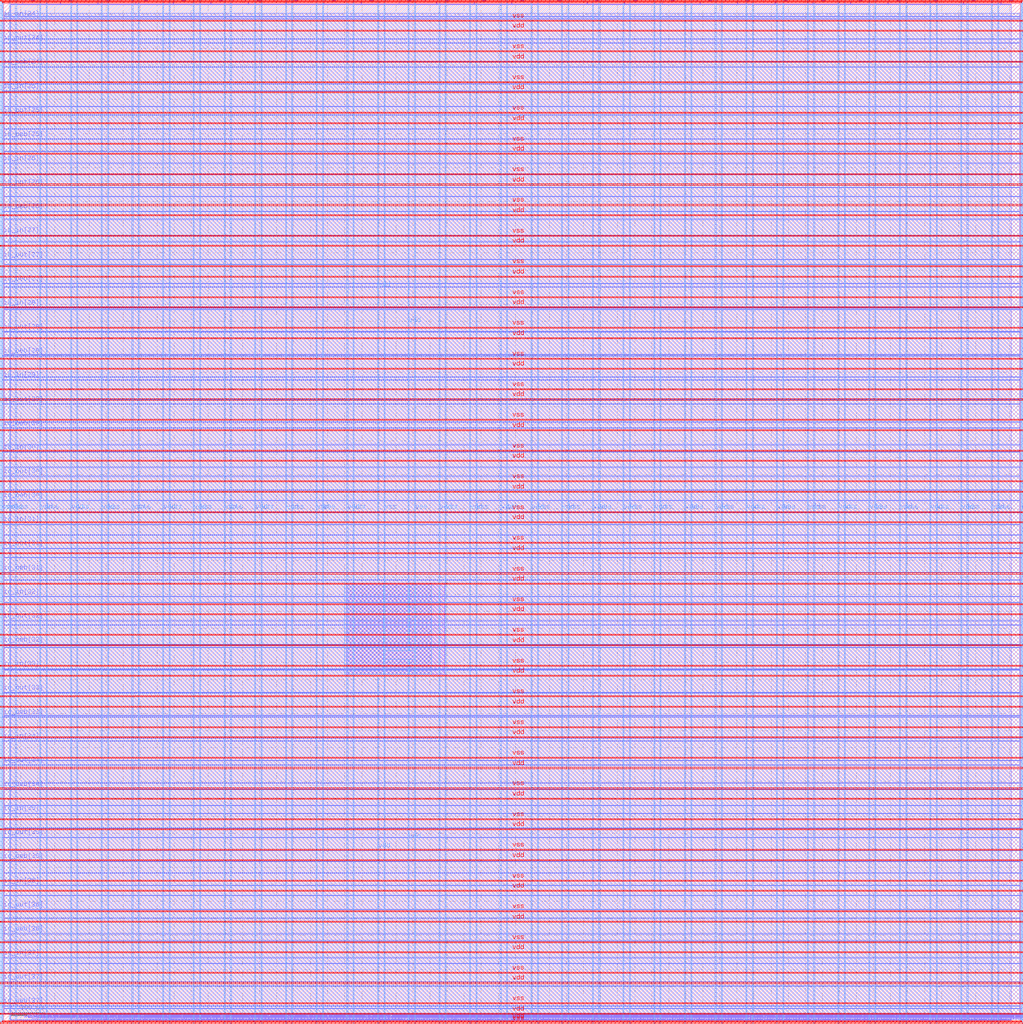
<source format=lef>
VERSION 5.7 ;
  NOWIREEXTENSIONATPIN ON ;
  DIVIDERCHAR "/" ;
  BUSBITCHARS "[]" ;
MACRO user_project_wrapper
  CLASS BLOCK ;
  FOREIGN user_project_wrapper ;
  ORIGIN 0.000 0.000 ;
  SIZE 2980.200 BY 2980.200 ;
  PIN io_in[0]
    DIRECTION INPUT ;
    USE SIGNAL ;
    PORT
      LAYER Metal3 ;
        RECT 2977.800 35.560 2985.000 36.680 ;
    END
  END io_in[0]
  PIN io_in[10]
    DIRECTION INPUT ;
    USE SIGNAL ;
    PORT
      LAYER Metal3 ;
        RECT 2977.800 2017.960 2985.000 2019.080 ;
    END
  END io_in[10]
  PIN io_in[11]
    DIRECTION INPUT ;
    USE SIGNAL ;
    PORT
      LAYER Metal3 ;
        RECT 2977.800 2216.200 2985.000 2217.320 ;
    END
  END io_in[11]
  PIN io_in[12]
    DIRECTION INPUT ;
    USE SIGNAL ;
    PORT
      LAYER Metal3 ;
        RECT 2977.800 2414.440 2985.000 2415.560 ;
    END
  END io_in[12]
  PIN io_in[13]
    DIRECTION INPUT ;
    USE SIGNAL ;
    PORT
      LAYER Metal3 ;
        RECT 2977.800 2612.680 2985.000 2613.800 ;
    END
  END io_in[13]
  PIN io_in[14]
    DIRECTION INPUT ;
    USE SIGNAL ;
    PORT
      LAYER Metal3 ;
        RECT 2977.800 2810.920 2985.000 2812.040 ;
    END
  END io_in[14]
  PIN io_in[15]
    DIRECTION INPUT ;
    USE SIGNAL ;
    PORT
      LAYER Metal2 ;
        RECT 2923.480 2977.800 2924.600 2985.000 ;
    END
  END io_in[15]
  PIN io_in[16]
    DIRECTION INPUT ;
    USE SIGNAL ;
    PORT
      LAYER Metal2 ;
        RECT 2592.520 2977.800 2593.640 2985.000 ;
    END
  END io_in[16]
  PIN io_in[17]
    DIRECTION INPUT ;
    USE SIGNAL ;
    PORT
      LAYER Metal2 ;
        RECT 2261.560 2977.800 2262.680 2985.000 ;
    END
  END io_in[17]
  PIN io_in[18]
    DIRECTION INPUT ;
    USE SIGNAL ;
    PORT
      LAYER Metal2 ;
        RECT 1930.600 2977.800 1931.720 2985.000 ;
    END
  END io_in[18]
  PIN io_in[19]
    DIRECTION INPUT ;
    USE SIGNAL ;
    PORT
      LAYER Metal2 ;
        RECT 1599.640 2977.800 1600.760 2985.000 ;
    END
  END io_in[19]
  PIN io_in[1]
    DIRECTION INPUT ;
    USE SIGNAL ;
    PORT
      LAYER Metal3 ;
        RECT 2977.800 233.800 2985.000 234.920 ;
    END
  END io_in[1]
  PIN io_in[20]
    DIRECTION INPUT ;
    USE SIGNAL ;
    PORT
      LAYER Metal2 ;
        RECT 1268.680 2977.800 1269.800 2985.000 ;
    END
  END io_in[20]
  PIN io_in[21]
    DIRECTION INPUT ;
    USE SIGNAL ;
    PORT
      LAYER Metal2 ;
        RECT 937.720 2977.800 938.840 2985.000 ;
    END
  END io_in[21]
  PIN io_in[22]
    DIRECTION INPUT ;
    USE SIGNAL ;
    PORT
      LAYER Metal2 ;
        RECT 606.760 2977.800 607.880 2985.000 ;
    END
  END io_in[22]
  PIN io_in[23]
    DIRECTION INPUT ;
    USE SIGNAL ;
    PORT
      LAYER Metal2 ;
        RECT 275.800 2977.800 276.920 2985.000 ;
    END
  END io_in[23]
  PIN io_in[24]
    DIRECTION INPUT ;
    USE SIGNAL ;
    PORT
      LAYER Metal3 ;
        RECT -4.800 2935.800 2.400 2936.920 ;
    END
  END io_in[24]
  PIN io_in[25]
    DIRECTION INPUT ;
    USE SIGNAL ;
    PORT
      LAYER Metal3 ;
        RECT -4.800 2724.120 2.400 2725.240 ;
    END
  END io_in[25]
  PIN io_in[26]
    DIRECTION INPUT ;
    USE SIGNAL ;
    PORT
      LAYER Metal3 ;
        RECT -4.800 2512.440 2.400 2513.560 ;
    END
  END io_in[26]
  PIN io_in[27]
    DIRECTION INPUT ;
    USE SIGNAL ;
    PORT
      LAYER Metal3 ;
        RECT -4.800 2300.760 2.400 2301.880 ;
    END
  END io_in[27]
  PIN io_in[28]
    DIRECTION INPUT ;
    USE SIGNAL ;
    PORT
      LAYER Metal3 ;
        RECT -4.800 2089.080 2.400 2090.200 ;
    END
  END io_in[28]
  PIN io_in[29]
    DIRECTION INPUT ;
    USE SIGNAL ;
    PORT
      LAYER Metal3 ;
        RECT -4.800 1877.400 2.400 1878.520 ;
    END
  END io_in[29]
  PIN io_in[2]
    DIRECTION INPUT ;
    USE SIGNAL ;
    PORT
      LAYER Metal3 ;
        RECT 2977.800 432.040 2985.000 433.160 ;
    END
  END io_in[2]
  PIN io_in[30]
    DIRECTION INPUT ;
    USE SIGNAL ;
    PORT
      LAYER Metal3 ;
        RECT -4.800 1665.720 2.400 1666.840 ;
    END
  END io_in[30]
  PIN io_in[31]
    DIRECTION INPUT ;
    USE SIGNAL ;
    PORT
      LAYER Metal3 ;
        RECT -4.800 1454.040 2.400 1455.160 ;
    END
  END io_in[31]
  PIN io_in[32]
    DIRECTION INPUT ;
    USE SIGNAL ;
    PORT
      LAYER Metal3 ;
        RECT -4.800 1242.360 2.400 1243.480 ;
    END
  END io_in[32]
  PIN io_in[33]
    DIRECTION INPUT ;
    USE SIGNAL ;
    PORT
      LAYER Metal3 ;
        RECT -4.800 1030.680 2.400 1031.800 ;
    END
  END io_in[33]
  PIN io_in[34]
    DIRECTION INPUT ;
    USE SIGNAL ;
    PORT
      LAYER Metal3 ;
        RECT -4.800 819.000 2.400 820.120 ;
    END
  END io_in[34]
  PIN io_in[35]
    DIRECTION INPUT ;
    USE SIGNAL ;
    PORT
      LAYER Metal3 ;
        RECT -4.800 607.320 2.400 608.440 ;
    END
  END io_in[35]
  PIN io_in[36]
    DIRECTION INPUT ;
    USE SIGNAL ;
    PORT
      LAYER Metal3 ;
        RECT -4.800 395.640 2.400 396.760 ;
    END
  END io_in[36]
  PIN io_in[37]
    DIRECTION INPUT ;
    USE SIGNAL ;
    PORT
      LAYER Metal3 ;
        RECT -4.800 183.960 2.400 185.080 ;
    END
  END io_in[37]
  PIN io_in[3]
    DIRECTION INPUT ;
    USE SIGNAL ;
    PORT
      LAYER Metal3 ;
        RECT 2977.800 630.280 2985.000 631.400 ;
    END
  END io_in[3]
  PIN io_in[4]
    DIRECTION INPUT ;
    USE SIGNAL ;
    PORT
      LAYER Metal3 ;
        RECT 2977.800 828.520 2985.000 829.640 ;
    END
  END io_in[4]
  PIN io_in[5]
    DIRECTION INPUT ;
    USE SIGNAL ;
    PORT
      LAYER Metal3 ;
        RECT 2977.800 1026.760 2985.000 1027.880 ;
    END
  END io_in[5]
  PIN io_in[6]
    DIRECTION INPUT ;
    USE SIGNAL ;
    PORT
      LAYER Metal3 ;
        RECT 2977.800 1225.000 2985.000 1226.120 ;
    END
  END io_in[6]
  PIN io_in[7]
    DIRECTION INPUT ;
    USE SIGNAL ;
    PORT
      LAYER Metal3 ;
        RECT 2977.800 1423.240 2985.000 1424.360 ;
    END
  END io_in[7]
  PIN io_in[8]
    DIRECTION INPUT ;
    USE SIGNAL ;
    PORT
      LAYER Metal3 ;
        RECT 2977.800 1621.480 2985.000 1622.600 ;
    END
  END io_in[8]
  PIN io_in[9]
    DIRECTION INPUT ;
    USE SIGNAL ;
    PORT
      LAYER Metal3 ;
        RECT 2977.800 1819.720 2985.000 1820.840 ;
    END
  END io_in[9]
  PIN io_oeb[0]
    DIRECTION OUTPUT TRISTATE ;
    USE SIGNAL ;
    PORT
      LAYER Metal3 ;
        RECT 2977.800 167.720 2985.000 168.840 ;
    END
  END io_oeb[0]
  PIN io_oeb[10]
    DIRECTION OUTPUT TRISTATE ;
    USE SIGNAL ;
    PORT
      LAYER Metal3 ;
        RECT 2977.800 2150.120 2985.000 2151.240 ;
    END
  END io_oeb[10]
  PIN io_oeb[11]
    DIRECTION OUTPUT TRISTATE ;
    USE SIGNAL ;
    PORT
      LAYER Metal3 ;
        RECT 2977.800 2348.360 2985.000 2349.480 ;
    END
  END io_oeb[11]
  PIN io_oeb[12]
    DIRECTION OUTPUT TRISTATE ;
    USE SIGNAL ;
    PORT
      LAYER Metal3 ;
        RECT 2977.800 2546.600 2985.000 2547.720 ;
    END
  END io_oeb[12]
  PIN io_oeb[13]
    DIRECTION OUTPUT TRISTATE ;
    USE SIGNAL ;
    PORT
      LAYER Metal3 ;
        RECT 2977.800 2744.840 2985.000 2745.960 ;
    END
  END io_oeb[13]
  PIN io_oeb[14]
    DIRECTION OUTPUT TRISTATE ;
    USE SIGNAL ;
    PORT
      LAYER Metal3 ;
        RECT 2977.800 2943.080 2985.000 2944.200 ;
    END
  END io_oeb[14]
  PIN io_oeb[15]
    DIRECTION OUTPUT TRISTATE ;
    USE SIGNAL ;
    PORT
      LAYER Metal2 ;
        RECT 2702.840 2977.800 2703.960 2985.000 ;
    END
  END io_oeb[15]
  PIN io_oeb[16]
    DIRECTION OUTPUT TRISTATE ;
    USE SIGNAL ;
    PORT
      LAYER Metal2 ;
        RECT 2371.880 2977.800 2373.000 2985.000 ;
    END
  END io_oeb[16]
  PIN io_oeb[17]
    DIRECTION OUTPUT TRISTATE ;
    USE SIGNAL ;
    PORT
      LAYER Metal2 ;
        RECT 2040.920 2977.800 2042.040 2985.000 ;
    END
  END io_oeb[17]
  PIN io_oeb[18]
    DIRECTION OUTPUT TRISTATE ;
    USE SIGNAL ;
    PORT
      LAYER Metal2 ;
        RECT 1709.960 2977.800 1711.080 2985.000 ;
    END
  END io_oeb[18]
  PIN io_oeb[19]
    DIRECTION OUTPUT TRISTATE ;
    USE SIGNAL ;
    PORT
      LAYER Metal2 ;
        RECT 1379.000 2977.800 1380.120 2985.000 ;
    END
  END io_oeb[19]
  PIN io_oeb[1]
    DIRECTION OUTPUT TRISTATE ;
    USE SIGNAL ;
    PORT
      LAYER Metal3 ;
        RECT 2977.800 365.960 2985.000 367.080 ;
    END
  END io_oeb[1]
  PIN io_oeb[20]
    DIRECTION OUTPUT TRISTATE ;
    USE SIGNAL ;
    PORT
      LAYER Metal2 ;
        RECT 1048.040 2977.800 1049.160 2985.000 ;
    END
  END io_oeb[20]
  PIN io_oeb[21]
    DIRECTION OUTPUT TRISTATE ;
    USE SIGNAL ;
    PORT
      LAYER Metal2 ;
        RECT 717.080 2977.800 718.200 2985.000 ;
    END
  END io_oeb[21]
  PIN io_oeb[22]
    DIRECTION OUTPUT TRISTATE ;
    USE SIGNAL ;
    PORT
      LAYER Metal2 ;
        RECT 386.120 2977.800 387.240 2985.000 ;
    END
  END io_oeb[22]
  PIN io_oeb[23]
    DIRECTION OUTPUT TRISTATE ;
    USE SIGNAL ;
    PORT
      LAYER Metal2 ;
        RECT 55.160 2977.800 56.280 2985.000 ;
    END
  END io_oeb[23]
  PIN io_oeb[24]
    DIRECTION OUTPUT TRISTATE ;
    USE SIGNAL ;
    PORT
      LAYER Metal3 ;
        RECT -4.800 2794.680 2.400 2795.800 ;
    END
  END io_oeb[24]
  PIN io_oeb[25]
    DIRECTION OUTPUT TRISTATE ;
    USE SIGNAL ;
    PORT
      LAYER Metal3 ;
        RECT -4.800 2583.000 2.400 2584.120 ;
    END
  END io_oeb[25]
  PIN io_oeb[26]
    DIRECTION OUTPUT TRISTATE ;
    USE SIGNAL ;
    PORT
      LAYER Metal3 ;
        RECT -4.800 2371.320 2.400 2372.440 ;
    END
  END io_oeb[26]
  PIN io_oeb[27]
    DIRECTION OUTPUT TRISTATE ;
    USE SIGNAL ;
    PORT
      LAYER Metal3 ;
        RECT -4.800 2159.640 2.400 2160.760 ;
    END
  END io_oeb[27]
  PIN io_oeb[28]
    DIRECTION OUTPUT TRISTATE ;
    USE SIGNAL ;
    PORT
      LAYER Metal3 ;
        RECT -4.800 1947.960 2.400 1949.080 ;
    END
  END io_oeb[28]
  PIN io_oeb[29]
    DIRECTION OUTPUT TRISTATE ;
    USE SIGNAL ;
    PORT
      LAYER Metal3 ;
        RECT -4.800 1736.280 2.400 1737.400 ;
    END
  END io_oeb[29]
  PIN io_oeb[2]
    DIRECTION OUTPUT TRISTATE ;
    USE SIGNAL ;
    PORT
      LAYER Metal3 ;
        RECT 2977.800 564.200 2985.000 565.320 ;
    END
  END io_oeb[2]
  PIN io_oeb[30]
    DIRECTION OUTPUT TRISTATE ;
    USE SIGNAL ;
    PORT
      LAYER Metal3 ;
        RECT -4.800 1524.600 2.400 1525.720 ;
    END
  END io_oeb[30]
  PIN io_oeb[31]
    DIRECTION OUTPUT TRISTATE ;
    USE SIGNAL ;
    PORT
      LAYER Metal3 ;
        RECT -4.800 1312.920 2.400 1314.040 ;
    END
  END io_oeb[31]
  PIN io_oeb[32]
    DIRECTION OUTPUT TRISTATE ;
    USE SIGNAL ;
    PORT
      LAYER Metal3 ;
        RECT -4.800 1101.240 2.400 1102.360 ;
    END
  END io_oeb[32]
  PIN io_oeb[33]
    DIRECTION OUTPUT TRISTATE ;
    USE SIGNAL ;
    PORT
      LAYER Metal3 ;
        RECT -4.800 889.560 2.400 890.680 ;
    END
  END io_oeb[33]
  PIN io_oeb[34]
    DIRECTION OUTPUT TRISTATE ;
    USE SIGNAL ;
    PORT
      LAYER Metal3 ;
        RECT -4.800 677.880 2.400 679.000 ;
    END
  END io_oeb[34]
  PIN io_oeb[35]
    DIRECTION OUTPUT TRISTATE ;
    USE SIGNAL ;
    PORT
      LAYER Metal3 ;
        RECT -4.800 466.200 2.400 467.320 ;
    END
  END io_oeb[35]
  PIN io_oeb[36]
    DIRECTION OUTPUT TRISTATE ;
    USE SIGNAL ;
    PORT
      LAYER Metal3 ;
        RECT -4.800 254.520 2.400 255.640 ;
    END
  END io_oeb[36]
  PIN io_oeb[37]
    DIRECTION OUTPUT TRISTATE ;
    USE SIGNAL ;
    PORT
      LAYER Metal3 ;
        RECT -4.800 42.840 2.400 43.960 ;
    END
  END io_oeb[37]
  PIN io_oeb[3]
    DIRECTION OUTPUT TRISTATE ;
    USE SIGNAL ;
    PORT
      LAYER Metal3 ;
        RECT 2977.800 762.440 2985.000 763.560 ;
    END
  END io_oeb[3]
  PIN io_oeb[4]
    DIRECTION OUTPUT TRISTATE ;
    USE SIGNAL ;
    PORT
      LAYER Metal3 ;
        RECT 2977.800 960.680 2985.000 961.800 ;
    END
  END io_oeb[4]
  PIN io_oeb[5]
    DIRECTION OUTPUT TRISTATE ;
    USE SIGNAL ;
    PORT
      LAYER Metal3 ;
        RECT 2977.800 1158.920 2985.000 1160.040 ;
    END
  END io_oeb[5]
  PIN io_oeb[6]
    DIRECTION OUTPUT TRISTATE ;
    USE SIGNAL ;
    PORT
      LAYER Metal3 ;
        RECT 2977.800 1357.160 2985.000 1358.280 ;
    END
  END io_oeb[6]
  PIN io_oeb[7]
    DIRECTION OUTPUT TRISTATE ;
    USE SIGNAL ;
    PORT
      LAYER Metal3 ;
        RECT 2977.800 1555.400 2985.000 1556.520 ;
    END
  END io_oeb[7]
  PIN io_oeb[8]
    DIRECTION OUTPUT TRISTATE ;
    USE SIGNAL ;
    PORT
      LAYER Metal3 ;
        RECT 2977.800 1753.640 2985.000 1754.760 ;
    END
  END io_oeb[8]
  PIN io_oeb[9]
    DIRECTION OUTPUT TRISTATE ;
    USE SIGNAL ;
    PORT
      LAYER Metal3 ;
        RECT 2977.800 1951.880 2985.000 1953.000 ;
    END
  END io_oeb[9]
  PIN io_out[0]
    DIRECTION OUTPUT TRISTATE ;
    USE SIGNAL ;
    PORT
      LAYER Metal3 ;
        RECT 2977.800 101.640 2985.000 102.760 ;
    END
  END io_out[0]
  PIN io_out[10]
    DIRECTION OUTPUT TRISTATE ;
    USE SIGNAL ;
    PORT
      LAYER Metal3 ;
        RECT 2977.800 2084.040 2985.000 2085.160 ;
    END
  END io_out[10]
  PIN io_out[11]
    DIRECTION OUTPUT TRISTATE ;
    USE SIGNAL ;
    PORT
      LAYER Metal3 ;
        RECT 2977.800 2282.280 2985.000 2283.400 ;
    END
  END io_out[11]
  PIN io_out[12]
    DIRECTION OUTPUT TRISTATE ;
    USE SIGNAL ;
    PORT
      LAYER Metal3 ;
        RECT 2977.800 2480.520 2985.000 2481.640 ;
    END
  END io_out[12]
  PIN io_out[13]
    DIRECTION OUTPUT TRISTATE ;
    USE SIGNAL ;
    PORT
      LAYER Metal3 ;
        RECT 2977.800 2678.760 2985.000 2679.880 ;
    END
  END io_out[13]
  PIN io_out[14]
    DIRECTION OUTPUT TRISTATE ;
    USE SIGNAL ;
    PORT
      LAYER Metal3 ;
        RECT 2977.800 2877.000 2985.000 2878.120 ;
    END
  END io_out[14]
  PIN io_out[15]
    DIRECTION OUTPUT TRISTATE ;
    USE SIGNAL ;
    PORT
      LAYER Metal2 ;
        RECT 2813.160 2977.800 2814.280 2985.000 ;
    END
  END io_out[15]
  PIN io_out[16]
    DIRECTION OUTPUT TRISTATE ;
    USE SIGNAL ;
    PORT
      LAYER Metal2 ;
        RECT 2482.200 2977.800 2483.320 2985.000 ;
    END
  END io_out[16]
  PIN io_out[17]
    DIRECTION OUTPUT TRISTATE ;
    USE SIGNAL ;
    PORT
      LAYER Metal2 ;
        RECT 2151.240 2977.800 2152.360 2985.000 ;
    END
  END io_out[17]
  PIN io_out[18]
    DIRECTION OUTPUT TRISTATE ;
    USE SIGNAL ;
    PORT
      LAYER Metal2 ;
        RECT 1820.280 2977.800 1821.400 2985.000 ;
    END
  END io_out[18]
  PIN io_out[19]
    DIRECTION OUTPUT TRISTATE ;
    USE SIGNAL ;
    PORT
      LAYER Metal2 ;
        RECT 1489.320 2977.800 1490.440 2985.000 ;
    END
  END io_out[19]
  PIN io_out[1]
    DIRECTION OUTPUT TRISTATE ;
    USE SIGNAL ;
    PORT
      LAYER Metal3 ;
        RECT 2977.800 299.880 2985.000 301.000 ;
    END
  END io_out[1]
  PIN io_out[20]
    DIRECTION OUTPUT TRISTATE ;
    USE SIGNAL ;
    PORT
      LAYER Metal2 ;
        RECT 1158.360 2977.800 1159.480 2985.000 ;
    END
  END io_out[20]
  PIN io_out[21]
    DIRECTION OUTPUT TRISTATE ;
    USE SIGNAL ;
    PORT
      LAYER Metal2 ;
        RECT 827.400 2977.800 828.520 2985.000 ;
    END
  END io_out[21]
  PIN io_out[22]
    DIRECTION OUTPUT TRISTATE ;
    USE SIGNAL ;
    PORT
      LAYER Metal2 ;
        RECT 496.440 2977.800 497.560 2985.000 ;
    END
  END io_out[22]
  PIN io_out[23]
    DIRECTION OUTPUT TRISTATE ;
    USE SIGNAL ;
    PORT
      LAYER Metal2 ;
        RECT 165.480 2977.800 166.600 2985.000 ;
    END
  END io_out[23]
  PIN io_out[24]
    DIRECTION OUTPUT TRISTATE ;
    USE SIGNAL ;
    PORT
      LAYER Metal3 ;
        RECT -4.800 2865.240 2.400 2866.360 ;
    END
  END io_out[24]
  PIN io_out[25]
    DIRECTION OUTPUT TRISTATE ;
    USE SIGNAL ;
    PORT
      LAYER Metal3 ;
        RECT -4.800 2653.560 2.400 2654.680 ;
    END
  END io_out[25]
  PIN io_out[26]
    DIRECTION OUTPUT TRISTATE ;
    USE SIGNAL ;
    PORT
      LAYER Metal3 ;
        RECT -4.800 2441.880 2.400 2443.000 ;
    END
  END io_out[26]
  PIN io_out[27]
    DIRECTION OUTPUT TRISTATE ;
    USE SIGNAL ;
    PORT
      LAYER Metal3 ;
        RECT -4.800 2230.200 2.400 2231.320 ;
    END
  END io_out[27]
  PIN io_out[28]
    DIRECTION OUTPUT TRISTATE ;
    USE SIGNAL ;
    PORT
      LAYER Metal3 ;
        RECT -4.800 2018.520 2.400 2019.640 ;
    END
  END io_out[28]
  PIN io_out[29]
    DIRECTION OUTPUT TRISTATE ;
    USE SIGNAL ;
    PORT
      LAYER Metal3 ;
        RECT -4.800 1806.840 2.400 1807.960 ;
    END
  END io_out[29]
  PIN io_out[2]
    DIRECTION OUTPUT TRISTATE ;
    USE SIGNAL ;
    PORT
      LAYER Metal3 ;
        RECT 2977.800 498.120 2985.000 499.240 ;
    END
  END io_out[2]
  PIN io_out[30]
    DIRECTION OUTPUT TRISTATE ;
    USE SIGNAL ;
    PORT
      LAYER Metal3 ;
        RECT -4.800 1595.160 2.400 1596.280 ;
    END
  END io_out[30]
  PIN io_out[31]
    DIRECTION OUTPUT TRISTATE ;
    USE SIGNAL ;
    PORT
      LAYER Metal3 ;
        RECT -4.800 1383.480 2.400 1384.600 ;
    END
  END io_out[31]
  PIN io_out[32]
    DIRECTION OUTPUT TRISTATE ;
    USE SIGNAL ;
    PORT
      LAYER Metal3 ;
        RECT -4.800 1171.800 2.400 1172.920 ;
    END
  END io_out[32]
  PIN io_out[33]
    DIRECTION OUTPUT TRISTATE ;
    USE SIGNAL ;
    PORT
      LAYER Metal3 ;
        RECT -4.800 960.120 2.400 961.240 ;
    END
  END io_out[33]
  PIN io_out[34]
    DIRECTION OUTPUT TRISTATE ;
    USE SIGNAL ;
    PORT
      LAYER Metal3 ;
        RECT -4.800 748.440 2.400 749.560 ;
    END
  END io_out[34]
  PIN io_out[35]
    DIRECTION OUTPUT TRISTATE ;
    USE SIGNAL ;
    PORT
      LAYER Metal3 ;
        RECT -4.800 536.760 2.400 537.880 ;
    END
  END io_out[35]
  PIN io_out[36]
    DIRECTION OUTPUT TRISTATE ;
    USE SIGNAL ;
    PORT
      LAYER Metal3 ;
        RECT -4.800 325.080 2.400 326.200 ;
    END
  END io_out[36]
  PIN io_out[37]
    DIRECTION OUTPUT TRISTATE ;
    USE SIGNAL ;
    PORT
      LAYER Metal3 ;
        RECT -4.800 113.400 2.400 114.520 ;
    END
  END io_out[37]
  PIN io_out[3]
    DIRECTION OUTPUT TRISTATE ;
    USE SIGNAL ;
    PORT
      LAYER Metal3 ;
        RECT 2977.800 696.360 2985.000 697.480 ;
    END
  END io_out[3]
  PIN io_out[4]
    DIRECTION OUTPUT TRISTATE ;
    USE SIGNAL ;
    PORT
      LAYER Metal3 ;
        RECT 2977.800 894.600 2985.000 895.720 ;
    END
  END io_out[4]
  PIN io_out[5]
    DIRECTION OUTPUT TRISTATE ;
    USE SIGNAL ;
    PORT
      LAYER Metal3 ;
        RECT 2977.800 1092.840 2985.000 1093.960 ;
    END
  END io_out[5]
  PIN io_out[6]
    DIRECTION OUTPUT TRISTATE ;
    USE SIGNAL ;
    PORT
      LAYER Metal3 ;
        RECT 2977.800 1291.080 2985.000 1292.200 ;
    END
  END io_out[6]
  PIN io_out[7]
    DIRECTION OUTPUT TRISTATE ;
    USE SIGNAL ;
    PORT
      LAYER Metal3 ;
        RECT 2977.800 1489.320 2985.000 1490.440 ;
    END
  END io_out[7]
  PIN io_out[8]
    DIRECTION OUTPUT TRISTATE ;
    USE SIGNAL ;
    PORT
      LAYER Metal3 ;
        RECT 2977.800 1687.560 2985.000 1688.680 ;
    END
  END io_out[8]
  PIN io_out[9]
    DIRECTION OUTPUT TRISTATE ;
    USE SIGNAL ;
    PORT
      LAYER Metal3 ;
        RECT 2977.800 1885.800 2985.000 1886.920 ;
    END
  END io_out[9]
  PIN la_data_in[0]
    DIRECTION INPUT ;
    USE SIGNAL ;
    PORT
      LAYER Metal2 ;
        RECT 1065.960 -4.800 1067.080 2.400 ;
    END
  END la_data_in[0]
  PIN la_data_in[10]
    DIRECTION INPUT ;
    USE SIGNAL ;
    PORT
      LAYER Metal2 ;
        RECT 1351.560 -4.800 1352.680 2.400 ;
    END
  END la_data_in[10]
  PIN la_data_in[11]
    DIRECTION INPUT ;
    USE SIGNAL ;
    PORT
      LAYER Metal2 ;
        RECT 1380.120 -4.800 1381.240 2.400 ;
    END
  END la_data_in[11]
  PIN la_data_in[12]
    DIRECTION INPUT ;
    USE SIGNAL ;
    PORT
      LAYER Metal2 ;
        RECT 1408.680 -4.800 1409.800 2.400 ;
    END
  END la_data_in[12]
  PIN la_data_in[13]
    DIRECTION INPUT ;
    USE SIGNAL ;
    PORT
      LAYER Metal2 ;
        RECT 1437.240 -4.800 1438.360 2.400 ;
    END
  END la_data_in[13]
  PIN la_data_in[14]
    DIRECTION INPUT ;
    USE SIGNAL ;
    PORT
      LAYER Metal2 ;
        RECT 1465.800 -4.800 1466.920 2.400 ;
    END
  END la_data_in[14]
  PIN la_data_in[15]
    DIRECTION INPUT ;
    USE SIGNAL ;
    PORT
      LAYER Metal2 ;
        RECT 1494.360 -4.800 1495.480 2.400 ;
    END
  END la_data_in[15]
  PIN la_data_in[16]
    DIRECTION INPUT ;
    USE SIGNAL ;
    PORT
      LAYER Metal2 ;
        RECT 1522.920 -4.800 1524.040 2.400 ;
    END
  END la_data_in[16]
  PIN la_data_in[17]
    DIRECTION INPUT ;
    USE SIGNAL ;
    PORT
      LAYER Metal2 ;
        RECT 1551.480 -4.800 1552.600 2.400 ;
    END
  END la_data_in[17]
  PIN la_data_in[18]
    DIRECTION INPUT ;
    USE SIGNAL ;
    PORT
      LAYER Metal2 ;
        RECT 1580.040 -4.800 1581.160 2.400 ;
    END
  END la_data_in[18]
  PIN la_data_in[19]
    DIRECTION INPUT ;
    USE SIGNAL ;
    PORT
      LAYER Metal2 ;
        RECT 1608.600 -4.800 1609.720 2.400 ;
    END
  END la_data_in[19]
  PIN la_data_in[1]
    DIRECTION INPUT ;
    USE SIGNAL ;
    PORT
      LAYER Metal2 ;
        RECT 1094.520 -4.800 1095.640 2.400 ;
    END
  END la_data_in[1]
  PIN la_data_in[20]
    DIRECTION INPUT ;
    USE SIGNAL ;
    PORT
      LAYER Metal2 ;
        RECT 1637.160 -4.800 1638.280 2.400 ;
    END
  END la_data_in[20]
  PIN la_data_in[21]
    DIRECTION INPUT ;
    USE SIGNAL ;
    PORT
      LAYER Metal2 ;
        RECT 1665.720 -4.800 1666.840 2.400 ;
    END
  END la_data_in[21]
  PIN la_data_in[22]
    DIRECTION INPUT ;
    USE SIGNAL ;
    PORT
      LAYER Metal2 ;
        RECT 1694.280 -4.800 1695.400 2.400 ;
    END
  END la_data_in[22]
  PIN la_data_in[23]
    DIRECTION INPUT ;
    USE SIGNAL ;
    PORT
      LAYER Metal2 ;
        RECT 1722.840 -4.800 1723.960 2.400 ;
    END
  END la_data_in[23]
  PIN la_data_in[24]
    DIRECTION INPUT ;
    USE SIGNAL ;
    PORT
      LAYER Metal2 ;
        RECT 1751.400 -4.800 1752.520 2.400 ;
    END
  END la_data_in[24]
  PIN la_data_in[25]
    DIRECTION INPUT ;
    USE SIGNAL ;
    PORT
      LAYER Metal2 ;
        RECT 1779.960 -4.800 1781.080 2.400 ;
    END
  END la_data_in[25]
  PIN la_data_in[26]
    DIRECTION INPUT ;
    USE SIGNAL ;
    PORT
      LAYER Metal2 ;
        RECT 1808.520 -4.800 1809.640 2.400 ;
    END
  END la_data_in[26]
  PIN la_data_in[27]
    DIRECTION INPUT ;
    USE SIGNAL ;
    PORT
      LAYER Metal2 ;
        RECT 1837.080 -4.800 1838.200 2.400 ;
    END
  END la_data_in[27]
  PIN la_data_in[28]
    DIRECTION INPUT ;
    USE SIGNAL ;
    PORT
      LAYER Metal2 ;
        RECT 1865.640 -4.800 1866.760 2.400 ;
    END
  END la_data_in[28]
  PIN la_data_in[29]
    DIRECTION INPUT ;
    USE SIGNAL ;
    PORT
      LAYER Metal2 ;
        RECT 1894.200 -4.800 1895.320 2.400 ;
    END
  END la_data_in[29]
  PIN la_data_in[2]
    DIRECTION INPUT ;
    USE SIGNAL ;
    PORT
      LAYER Metal2 ;
        RECT 1123.080 -4.800 1124.200 2.400 ;
    END
  END la_data_in[2]
  PIN la_data_in[30]
    DIRECTION INPUT ;
    USE SIGNAL ;
    PORT
      LAYER Metal2 ;
        RECT 1922.760 -4.800 1923.880 2.400 ;
    END
  END la_data_in[30]
  PIN la_data_in[31]
    DIRECTION INPUT ;
    USE SIGNAL ;
    PORT
      LAYER Metal2 ;
        RECT 1951.320 -4.800 1952.440 2.400 ;
    END
  END la_data_in[31]
  PIN la_data_in[32]
    DIRECTION INPUT ;
    USE SIGNAL ;
    PORT
      LAYER Metal2 ;
        RECT 1979.880 -4.800 1981.000 2.400 ;
    END
  END la_data_in[32]
  PIN la_data_in[33]
    DIRECTION INPUT ;
    USE SIGNAL ;
    PORT
      LAYER Metal2 ;
        RECT 2008.440 -4.800 2009.560 2.400 ;
    END
  END la_data_in[33]
  PIN la_data_in[34]
    DIRECTION INPUT ;
    USE SIGNAL ;
    PORT
      LAYER Metal2 ;
        RECT 2037.000 -4.800 2038.120 2.400 ;
    END
  END la_data_in[34]
  PIN la_data_in[35]
    DIRECTION INPUT ;
    USE SIGNAL ;
    PORT
      LAYER Metal2 ;
        RECT 2065.560 -4.800 2066.680 2.400 ;
    END
  END la_data_in[35]
  PIN la_data_in[36]
    DIRECTION INPUT ;
    USE SIGNAL ;
    PORT
      LAYER Metal2 ;
        RECT 2094.120 -4.800 2095.240 2.400 ;
    END
  END la_data_in[36]
  PIN la_data_in[37]
    DIRECTION INPUT ;
    USE SIGNAL ;
    PORT
      LAYER Metal2 ;
        RECT 2122.680 -4.800 2123.800 2.400 ;
    END
  END la_data_in[37]
  PIN la_data_in[38]
    DIRECTION INPUT ;
    USE SIGNAL ;
    PORT
      LAYER Metal2 ;
        RECT 2151.240 -4.800 2152.360 2.400 ;
    END
  END la_data_in[38]
  PIN la_data_in[39]
    DIRECTION INPUT ;
    USE SIGNAL ;
    PORT
      LAYER Metal2 ;
        RECT 2179.800 -4.800 2180.920 2.400 ;
    END
  END la_data_in[39]
  PIN la_data_in[3]
    DIRECTION INPUT ;
    USE SIGNAL ;
    PORT
      LAYER Metal2 ;
        RECT 1151.640 -4.800 1152.760 2.400 ;
    END
  END la_data_in[3]
  PIN la_data_in[40]
    DIRECTION INPUT ;
    USE SIGNAL ;
    PORT
      LAYER Metal2 ;
        RECT 2208.360 -4.800 2209.480 2.400 ;
    END
  END la_data_in[40]
  PIN la_data_in[41]
    DIRECTION INPUT ;
    USE SIGNAL ;
    PORT
      LAYER Metal2 ;
        RECT 2236.920 -4.800 2238.040 2.400 ;
    END
  END la_data_in[41]
  PIN la_data_in[42]
    DIRECTION INPUT ;
    USE SIGNAL ;
    PORT
      LAYER Metal2 ;
        RECT 2265.480 -4.800 2266.600 2.400 ;
    END
  END la_data_in[42]
  PIN la_data_in[43]
    DIRECTION INPUT ;
    USE SIGNAL ;
    PORT
      LAYER Metal2 ;
        RECT 2294.040 -4.800 2295.160 2.400 ;
    END
  END la_data_in[43]
  PIN la_data_in[44]
    DIRECTION INPUT ;
    USE SIGNAL ;
    PORT
      LAYER Metal2 ;
        RECT 2322.600 -4.800 2323.720 2.400 ;
    END
  END la_data_in[44]
  PIN la_data_in[45]
    DIRECTION INPUT ;
    USE SIGNAL ;
    PORT
      LAYER Metal2 ;
        RECT 2351.160 -4.800 2352.280 2.400 ;
    END
  END la_data_in[45]
  PIN la_data_in[46]
    DIRECTION INPUT ;
    USE SIGNAL ;
    PORT
      LAYER Metal2 ;
        RECT 2379.720 -4.800 2380.840 2.400 ;
    END
  END la_data_in[46]
  PIN la_data_in[47]
    DIRECTION INPUT ;
    USE SIGNAL ;
    PORT
      LAYER Metal2 ;
        RECT 2408.280 -4.800 2409.400 2.400 ;
    END
  END la_data_in[47]
  PIN la_data_in[48]
    DIRECTION INPUT ;
    USE SIGNAL ;
    PORT
      LAYER Metal2 ;
        RECT 2436.840 -4.800 2437.960 2.400 ;
    END
  END la_data_in[48]
  PIN la_data_in[49]
    DIRECTION INPUT ;
    USE SIGNAL ;
    PORT
      LAYER Metal2 ;
        RECT 2465.400 -4.800 2466.520 2.400 ;
    END
  END la_data_in[49]
  PIN la_data_in[4]
    DIRECTION INPUT ;
    USE SIGNAL ;
    PORT
      LAYER Metal2 ;
        RECT 1180.200 -4.800 1181.320 2.400 ;
    END
  END la_data_in[4]
  PIN la_data_in[50]
    DIRECTION INPUT ;
    USE SIGNAL ;
    PORT
      LAYER Metal2 ;
        RECT 2493.960 -4.800 2495.080 2.400 ;
    END
  END la_data_in[50]
  PIN la_data_in[51]
    DIRECTION INPUT ;
    USE SIGNAL ;
    PORT
      LAYER Metal2 ;
        RECT 2522.520 -4.800 2523.640 2.400 ;
    END
  END la_data_in[51]
  PIN la_data_in[52]
    DIRECTION INPUT ;
    USE SIGNAL ;
    PORT
      LAYER Metal2 ;
        RECT 2551.080 -4.800 2552.200 2.400 ;
    END
  END la_data_in[52]
  PIN la_data_in[53]
    DIRECTION INPUT ;
    USE SIGNAL ;
    PORT
      LAYER Metal2 ;
        RECT 2579.640 -4.800 2580.760 2.400 ;
    END
  END la_data_in[53]
  PIN la_data_in[54]
    DIRECTION INPUT ;
    USE SIGNAL ;
    PORT
      LAYER Metal2 ;
        RECT 2608.200 -4.800 2609.320 2.400 ;
    END
  END la_data_in[54]
  PIN la_data_in[55]
    DIRECTION INPUT ;
    USE SIGNAL ;
    PORT
      LAYER Metal2 ;
        RECT 2636.760 -4.800 2637.880 2.400 ;
    END
  END la_data_in[55]
  PIN la_data_in[56]
    DIRECTION INPUT ;
    USE SIGNAL ;
    PORT
      LAYER Metal2 ;
        RECT 2665.320 -4.800 2666.440 2.400 ;
    END
  END la_data_in[56]
  PIN la_data_in[57]
    DIRECTION INPUT ;
    USE SIGNAL ;
    PORT
      LAYER Metal2 ;
        RECT 2693.880 -4.800 2695.000 2.400 ;
    END
  END la_data_in[57]
  PIN la_data_in[58]
    DIRECTION INPUT ;
    USE SIGNAL ;
    PORT
      LAYER Metal2 ;
        RECT 2722.440 -4.800 2723.560 2.400 ;
    END
  END la_data_in[58]
  PIN la_data_in[59]
    DIRECTION INPUT ;
    USE SIGNAL ;
    PORT
      LAYER Metal2 ;
        RECT 2751.000 -4.800 2752.120 2.400 ;
    END
  END la_data_in[59]
  PIN la_data_in[5]
    DIRECTION INPUT ;
    USE SIGNAL ;
    PORT
      LAYER Metal2 ;
        RECT 1208.760 -4.800 1209.880 2.400 ;
    END
  END la_data_in[5]
  PIN la_data_in[60]
    DIRECTION INPUT ;
    USE SIGNAL ;
    PORT
      LAYER Metal2 ;
        RECT 2779.560 -4.800 2780.680 2.400 ;
    END
  END la_data_in[60]
  PIN la_data_in[61]
    DIRECTION INPUT ;
    USE SIGNAL ;
    PORT
      LAYER Metal2 ;
        RECT 2808.120 -4.800 2809.240 2.400 ;
    END
  END la_data_in[61]
  PIN la_data_in[62]
    DIRECTION INPUT ;
    USE SIGNAL ;
    PORT
      LAYER Metal2 ;
        RECT 2836.680 -4.800 2837.800 2.400 ;
    END
  END la_data_in[62]
  PIN la_data_in[63]
    DIRECTION INPUT ;
    USE SIGNAL ;
    PORT
      LAYER Metal2 ;
        RECT 2865.240 -4.800 2866.360 2.400 ;
    END
  END la_data_in[63]
  PIN la_data_in[6]
    DIRECTION INPUT ;
    USE SIGNAL ;
    PORT
      LAYER Metal2 ;
        RECT 1237.320 -4.800 1238.440 2.400 ;
    END
  END la_data_in[6]
  PIN la_data_in[7]
    DIRECTION INPUT ;
    USE SIGNAL ;
    PORT
      LAYER Metal2 ;
        RECT 1265.880 -4.800 1267.000 2.400 ;
    END
  END la_data_in[7]
  PIN la_data_in[8]
    DIRECTION INPUT ;
    USE SIGNAL ;
    PORT
      LAYER Metal2 ;
        RECT 1294.440 -4.800 1295.560 2.400 ;
    END
  END la_data_in[8]
  PIN la_data_in[9]
    DIRECTION INPUT ;
    USE SIGNAL ;
    PORT
      LAYER Metal2 ;
        RECT 1323.000 -4.800 1324.120 2.400 ;
    END
  END la_data_in[9]
  PIN la_data_out[0]
    DIRECTION OUTPUT TRISTATE ;
    USE SIGNAL ;
    PORT
      LAYER Metal2 ;
        RECT 1075.480 -4.800 1076.600 2.400 ;
    END
  END la_data_out[0]
  PIN la_data_out[10]
    DIRECTION OUTPUT TRISTATE ;
    USE SIGNAL ;
    PORT
      LAYER Metal2 ;
        RECT 1361.080 -4.800 1362.200 2.400 ;
    END
  END la_data_out[10]
  PIN la_data_out[11]
    DIRECTION OUTPUT TRISTATE ;
    USE SIGNAL ;
    PORT
      LAYER Metal2 ;
        RECT 1389.640 -4.800 1390.760 2.400 ;
    END
  END la_data_out[11]
  PIN la_data_out[12]
    DIRECTION OUTPUT TRISTATE ;
    USE SIGNAL ;
    PORT
      LAYER Metal2 ;
        RECT 1418.200 -4.800 1419.320 2.400 ;
    END
  END la_data_out[12]
  PIN la_data_out[13]
    DIRECTION OUTPUT TRISTATE ;
    USE SIGNAL ;
    PORT
      LAYER Metal2 ;
        RECT 1446.760 -4.800 1447.880 2.400 ;
    END
  END la_data_out[13]
  PIN la_data_out[14]
    DIRECTION OUTPUT TRISTATE ;
    USE SIGNAL ;
    PORT
      LAYER Metal2 ;
        RECT 1475.320 -4.800 1476.440 2.400 ;
    END
  END la_data_out[14]
  PIN la_data_out[15]
    DIRECTION OUTPUT TRISTATE ;
    USE SIGNAL ;
    PORT
      LAYER Metal2 ;
        RECT 1503.880 -4.800 1505.000 2.400 ;
    END
  END la_data_out[15]
  PIN la_data_out[16]
    DIRECTION OUTPUT TRISTATE ;
    USE SIGNAL ;
    PORT
      LAYER Metal2 ;
        RECT 1532.440 -4.800 1533.560 2.400 ;
    END
  END la_data_out[16]
  PIN la_data_out[17]
    DIRECTION OUTPUT TRISTATE ;
    USE SIGNAL ;
    PORT
      LAYER Metal2 ;
        RECT 1561.000 -4.800 1562.120 2.400 ;
    END
  END la_data_out[17]
  PIN la_data_out[18]
    DIRECTION OUTPUT TRISTATE ;
    USE SIGNAL ;
    PORT
      LAYER Metal2 ;
        RECT 1589.560 -4.800 1590.680 2.400 ;
    END
  END la_data_out[18]
  PIN la_data_out[19]
    DIRECTION OUTPUT TRISTATE ;
    USE SIGNAL ;
    PORT
      LAYER Metal2 ;
        RECT 1618.120 -4.800 1619.240 2.400 ;
    END
  END la_data_out[19]
  PIN la_data_out[1]
    DIRECTION OUTPUT TRISTATE ;
    USE SIGNAL ;
    PORT
      LAYER Metal2 ;
        RECT 1104.040 -4.800 1105.160 2.400 ;
    END
  END la_data_out[1]
  PIN la_data_out[20]
    DIRECTION OUTPUT TRISTATE ;
    USE SIGNAL ;
    PORT
      LAYER Metal2 ;
        RECT 1646.680 -4.800 1647.800 2.400 ;
    END
  END la_data_out[20]
  PIN la_data_out[21]
    DIRECTION OUTPUT TRISTATE ;
    USE SIGNAL ;
    PORT
      LAYER Metal2 ;
        RECT 1675.240 -4.800 1676.360 2.400 ;
    END
  END la_data_out[21]
  PIN la_data_out[22]
    DIRECTION OUTPUT TRISTATE ;
    USE SIGNAL ;
    PORT
      LAYER Metal2 ;
        RECT 1703.800 -4.800 1704.920 2.400 ;
    END
  END la_data_out[22]
  PIN la_data_out[23]
    DIRECTION OUTPUT TRISTATE ;
    USE SIGNAL ;
    PORT
      LAYER Metal2 ;
        RECT 1732.360 -4.800 1733.480 2.400 ;
    END
  END la_data_out[23]
  PIN la_data_out[24]
    DIRECTION OUTPUT TRISTATE ;
    USE SIGNAL ;
    PORT
      LAYER Metal2 ;
        RECT 1760.920 -4.800 1762.040 2.400 ;
    END
  END la_data_out[24]
  PIN la_data_out[25]
    DIRECTION OUTPUT TRISTATE ;
    USE SIGNAL ;
    PORT
      LAYER Metal2 ;
        RECT 1789.480 -4.800 1790.600 2.400 ;
    END
  END la_data_out[25]
  PIN la_data_out[26]
    DIRECTION OUTPUT TRISTATE ;
    USE SIGNAL ;
    PORT
      LAYER Metal2 ;
        RECT 1818.040 -4.800 1819.160 2.400 ;
    END
  END la_data_out[26]
  PIN la_data_out[27]
    DIRECTION OUTPUT TRISTATE ;
    USE SIGNAL ;
    PORT
      LAYER Metal2 ;
        RECT 1846.600 -4.800 1847.720 2.400 ;
    END
  END la_data_out[27]
  PIN la_data_out[28]
    DIRECTION OUTPUT TRISTATE ;
    USE SIGNAL ;
    PORT
      LAYER Metal2 ;
        RECT 1875.160 -4.800 1876.280 2.400 ;
    END
  END la_data_out[28]
  PIN la_data_out[29]
    DIRECTION OUTPUT TRISTATE ;
    USE SIGNAL ;
    PORT
      LAYER Metal2 ;
        RECT 1903.720 -4.800 1904.840 2.400 ;
    END
  END la_data_out[29]
  PIN la_data_out[2]
    DIRECTION OUTPUT TRISTATE ;
    USE SIGNAL ;
    PORT
      LAYER Metal2 ;
        RECT 1132.600 -4.800 1133.720 2.400 ;
    END
  END la_data_out[2]
  PIN la_data_out[30]
    DIRECTION OUTPUT TRISTATE ;
    USE SIGNAL ;
    PORT
      LAYER Metal2 ;
        RECT 1932.280 -4.800 1933.400 2.400 ;
    END
  END la_data_out[30]
  PIN la_data_out[31]
    DIRECTION OUTPUT TRISTATE ;
    USE SIGNAL ;
    PORT
      LAYER Metal2 ;
        RECT 1960.840 -4.800 1961.960 2.400 ;
    END
  END la_data_out[31]
  PIN la_data_out[32]
    DIRECTION OUTPUT TRISTATE ;
    USE SIGNAL ;
    PORT
      LAYER Metal2 ;
        RECT 1989.400 -4.800 1990.520 2.400 ;
    END
  END la_data_out[32]
  PIN la_data_out[33]
    DIRECTION OUTPUT TRISTATE ;
    USE SIGNAL ;
    PORT
      LAYER Metal2 ;
        RECT 2017.960 -4.800 2019.080 2.400 ;
    END
  END la_data_out[33]
  PIN la_data_out[34]
    DIRECTION OUTPUT TRISTATE ;
    USE SIGNAL ;
    PORT
      LAYER Metal2 ;
        RECT 2046.520 -4.800 2047.640 2.400 ;
    END
  END la_data_out[34]
  PIN la_data_out[35]
    DIRECTION OUTPUT TRISTATE ;
    USE SIGNAL ;
    PORT
      LAYER Metal2 ;
        RECT 2075.080 -4.800 2076.200 2.400 ;
    END
  END la_data_out[35]
  PIN la_data_out[36]
    DIRECTION OUTPUT TRISTATE ;
    USE SIGNAL ;
    PORT
      LAYER Metal2 ;
        RECT 2103.640 -4.800 2104.760 2.400 ;
    END
  END la_data_out[36]
  PIN la_data_out[37]
    DIRECTION OUTPUT TRISTATE ;
    USE SIGNAL ;
    PORT
      LAYER Metal2 ;
        RECT 2132.200 -4.800 2133.320 2.400 ;
    END
  END la_data_out[37]
  PIN la_data_out[38]
    DIRECTION OUTPUT TRISTATE ;
    USE SIGNAL ;
    PORT
      LAYER Metal2 ;
        RECT 2160.760 -4.800 2161.880 2.400 ;
    END
  END la_data_out[38]
  PIN la_data_out[39]
    DIRECTION OUTPUT TRISTATE ;
    USE SIGNAL ;
    PORT
      LAYER Metal2 ;
        RECT 2189.320 -4.800 2190.440 2.400 ;
    END
  END la_data_out[39]
  PIN la_data_out[3]
    DIRECTION OUTPUT TRISTATE ;
    USE SIGNAL ;
    PORT
      LAYER Metal2 ;
        RECT 1161.160 -4.800 1162.280 2.400 ;
    END
  END la_data_out[3]
  PIN la_data_out[40]
    DIRECTION OUTPUT TRISTATE ;
    USE SIGNAL ;
    PORT
      LAYER Metal2 ;
        RECT 2217.880 -4.800 2219.000 2.400 ;
    END
  END la_data_out[40]
  PIN la_data_out[41]
    DIRECTION OUTPUT TRISTATE ;
    USE SIGNAL ;
    PORT
      LAYER Metal2 ;
        RECT 2246.440 -4.800 2247.560 2.400 ;
    END
  END la_data_out[41]
  PIN la_data_out[42]
    DIRECTION OUTPUT TRISTATE ;
    USE SIGNAL ;
    PORT
      LAYER Metal2 ;
        RECT 2275.000 -4.800 2276.120 2.400 ;
    END
  END la_data_out[42]
  PIN la_data_out[43]
    DIRECTION OUTPUT TRISTATE ;
    USE SIGNAL ;
    PORT
      LAYER Metal2 ;
        RECT 2303.560 -4.800 2304.680 2.400 ;
    END
  END la_data_out[43]
  PIN la_data_out[44]
    DIRECTION OUTPUT TRISTATE ;
    USE SIGNAL ;
    PORT
      LAYER Metal2 ;
        RECT 2332.120 -4.800 2333.240 2.400 ;
    END
  END la_data_out[44]
  PIN la_data_out[45]
    DIRECTION OUTPUT TRISTATE ;
    USE SIGNAL ;
    PORT
      LAYER Metal2 ;
        RECT 2360.680 -4.800 2361.800 2.400 ;
    END
  END la_data_out[45]
  PIN la_data_out[46]
    DIRECTION OUTPUT TRISTATE ;
    USE SIGNAL ;
    PORT
      LAYER Metal2 ;
        RECT 2389.240 -4.800 2390.360 2.400 ;
    END
  END la_data_out[46]
  PIN la_data_out[47]
    DIRECTION OUTPUT TRISTATE ;
    USE SIGNAL ;
    PORT
      LAYER Metal2 ;
        RECT 2417.800 -4.800 2418.920 2.400 ;
    END
  END la_data_out[47]
  PIN la_data_out[48]
    DIRECTION OUTPUT TRISTATE ;
    USE SIGNAL ;
    PORT
      LAYER Metal2 ;
        RECT 2446.360 -4.800 2447.480 2.400 ;
    END
  END la_data_out[48]
  PIN la_data_out[49]
    DIRECTION OUTPUT TRISTATE ;
    USE SIGNAL ;
    PORT
      LAYER Metal2 ;
        RECT 2474.920 -4.800 2476.040 2.400 ;
    END
  END la_data_out[49]
  PIN la_data_out[4]
    DIRECTION OUTPUT TRISTATE ;
    USE SIGNAL ;
    PORT
      LAYER Metal2 ;
        RECT 1189.720 -4.800 1190.840 2.400 ;
    END
  END la_data_out[4]
  PIN la_data_out[50]
    DIRECTION OUTPUT TRISTATE ;
    USE SIGNAL ;
    PORT
      LAYER Metal2 ;
        RECT 2503.480 -4.800 2504.600 2.400 ;
    END
  END la_data_out[50]
  PIN la_data_out[51]
    DIRECTION OUTPUT TRISTATE ;
    USE SIGNAL ;
    PORT
      LAYER Metal2 ;
        RECT 2532.040 -4.800 2533.160 2.400 ;
    END
  END la_data_out[51]
  PIN la_data_out[52]
    DIRECTION OUTPUT TRISTATE ;
    USE SIGNAL ;
    PORT
      LAYER Metal2 ;
        RECT 2560.600 -4.800 2561.720 2.400 ;
    END
  END la_data_out[52]
  PIN la_data_out[53]
    DIRECTION OUTPUT TRISTATE ;
    USE SIGNAL ;
    PORT
      LAYER Metal2 ;
        RECT 2589.160 -4.800 2590.280 2.400 ;
    END
  END la_data_out[53]
  PIN la_data_out[54]
    DIRECTION OUTPUT TRISTATE ;
    USE SIGNAL ;
    PORT
      LAYER Metal2 ;
        RECT 2617.720 -4.800 2618.840 2.400 ;
    END
  END la_data_out[54]
  PIN la_data_out[55]
    DIRECTION OUTPUT TRISTATE ;
    USE SIGNAL ;
    PORT
      LAYER Metal2 ;
        RECT 2646.280 -4.800 2647.400 2.400 ;
    END
  END la_data_out[55]
  PIN la_data_out[56]
    DIRECTION OUTPUT TRISTATE ;
    USE SIGNAL ;
    PORT
      LAYER Metal2 ;
        RECT 2674.840 -4.800 2675.960 2.400 ;
    END
  END la_data_out[56]
  PIN la_data_out[57]
    DIRECTION OUTPUT TRISTATE ;
    USE SIGNAL ;
    PORT
      LAYER Metal2 ;
        RECT 2703.400 -4.800 2704.520 2.400 ;
    END
  END la_data_out[57]
  PIN la_data_out[58]
    DIRECTION OUTPUT TRISTATE ;
    USE SIGNAL ;
    PORT
      LAYER Metal2 ;
        RECT 2731.960 -4.800 2733.080 2.400 ;
    END
  END la_data_out[58]
  PIN la_data_out[59]
    DIRECTION OUTPUT TRISTATE ;
    USE SIGNAL ;
    PORT
      LAYER Metal2 ;
        RECT 2760.520 -4.800 2761.640 2.400 ;
    END
  END la_data_out[59]
  PIN la_data_out[5]
    DIRECTION OUTPUT TRISTATE ;
    USE SIGNAL ;
    PORT
      LAYER Metal2 ;
        RECT 1218.280 -4.800 1219.400 2.400 ;
    END
  END la_data_out[5]
  PIN la_data_out[60]
    DIRECTION OUTPUT TRISTATE ;
    USE SIGNAL ;
    PORT
      LAYER Metal2 ;
        RECT 2789.080 -4.800 2790.200 2.400 ;
    END
  END la_data_out[60]
  PIN la_data_out[61]
    DIRECTION OUTPUT TRISTATE ;
    USE SIGNAL ;
    PORT
      LAYER Metal2 ;
        RECT 2817.640 -4.800 2818.760 2.400 ;
    END
  END la_data_out[61]
  PIN la_data_out[62]
    DIRECTION OUTPUT TRISTATE ;
    USE SIGNAL ;
    PORT
      LAYER Metal2 ;
        RECT 2846.200 -4.800 2847.320 2.400 ;
    END
  END la_data_out[62]
  PIN la_data_out[63]
    DIRECTION OUTPUT TRISTATE ;
    USE SIGNAL ;
    PORT
      LAYER Metal2 ;
        RECT 2874.760 -4.800 2875.880 2.400 ;
    END
  END la_data_out[63]
  PIN la_data_out[6]
    DIRECTION OUTPUT TRISTATE ;
    USE SIGNAL ;
    PORT
      LAYER Metal2 ;
        RECT 1246.840 -4.800 1247.960 2.400 ;
    END
  END la_data_out[6]
  PIN la_data_out[7]
    DIRECTION OUTPUT TRISTATE ;
    USE SIGNAL ;
    PORT
      LAYER Metal2 ;
        RECT 1275.400 -4.800 1276.520 2.400 ;
    END
  END la_data_out[7]
  PIN la_data_out[8]
    DIRECTION OUTPUT TRISTATE ;
    USE SIGNAL ;
    PORT
      LAYER Metal2 ;
        RECT 1303.960 -4.800 1305.080 2.400 ;
    END
  END la_data_out[8]
  PIN la_data_out[9]
    DIRECTION OUTPUT TRISTATE ;
    USE SIGNAL ;
    PORT
      LAYER Metal2 ;
        RECT 1332.520 -4.800 1333.640 2.400 ;
    END
  END la_data_out[9]
  PIN la_oenb[0]
    DIRECTION INPUT ;
    USE SIGNAL ;
    PORT
      LAYER Metal2 ;
        RECT 1085.000 -4.800 1086.120 2.400 ;
    END
  END la_oenb[0]
  PIN la_oenb[10]
    DIRECTION INPUT ;
    USE SIGNAL ;
    PORT
      LAYER Metal2 ;
        RECT 1370.600 -4.800 1371.720 2.400 ;
    END
  END la_oenb[10]
  PIN la_oenb[11]
    DIRECTION INPUT ;
    USE SIGNAL ;
    PORT
      LAYER Metal2 ;
        RECT 1399.160 -4.800 1400.280 2.400 ;
    END
  END la_oenb[11]
  PIN la_oenb[12]
    DIRECTION INPUT ;
    USE SIGNAL ;
    PORT
      LAYER Metal2 ;
        RECT 1427.720 -4.800 1428.840 2.400 ;
    END
  END la_oenb[12]
  PIN la_oenb[13]
    DIRECTION INPUT ;
    USE SIGNAL ;
    PORT
      LAYER Metal2 ;
        RECT 1456.280 -4.800 1457.400 2.400 ;
    END
  END la_oenb[13]
  PIN la_oenb[14]
    DIRECTION INPUT ;
    USE SIGNAL ;
    PORT
      LAYER Metal2 ;
        RECT 1484.840 -4.800 1485.960 2.400 ;
    END
  END la_oenb[14]
  PIN la_oenb[15]
    DIRECTION INPUT ;
    USE SIGNAL ;
    PORT
      LAYER Metal2 ;
        RECT 1513.400 -4.800 1514.520 2.400 ;
    END
  END la_oenb[15]
  PIN la_oenb[16]
    DIRECTION INPUT ;
    USE SIGNAL ;
    PORT
      LAYER Metal2 ;
        RECT 1541.960 -4.800 1543.080 2.400 ;
    END
  END la_oenb[16]
  PIN la_oenb[17]
    DIRECTION INPUT ;
    USE SIGNAL ;
    PORT
      LAYER Metal2 ;
        RECT 1570.520 -4.800 1571.640 2.400 ;
    END
  END la_oenb[17]
  PIN la_oenb[18]
    DIRECTION INPUT ;
    USE SIGNAL ;
    PORT
      LAYER Metal2 ;
        RECT 1599.080 -4.800 1600.200 2.400 ;
    END
  END la_oenb[18]
  PIN la_oenb[19]
    DIRECTION INPUT ;
    USE SIGNAL ;
    PORT
      LAYER Metal2 ;
        RECT 1627.640 -4.800 1628.760 2.400 ;
    END
  END la_oenb[19]
  PIN la_oenb[1]
    DIRECTION INPUT ;
    USE SIGNAL ;
    PORT
      LAYER Metal2 ;
        RECT 1113.560 -4.800 1114.680 2.400 ;
    END
  END la_oenb[1]
  PIN la_oenb[20]
    DIRECTION INPUT ;
    USE SIGNAL ;
    PORT
      LAYER Metal2 ;
        RECT 1656.200 -4.800 1657.320 2.400 ;
    END
  END la_oenb[20]
  PIN la_oenb[21]
    DIRECTION INPUT ;
    USE SIGNAL ;
    PORT
      LAYER Metal2 ;
        RECT 1684.760 -4.800 1685.880 2.400 ;
    END
  END la_oenb[21]
  PIN la_oenb[22]
    DIRECTION INPUT ;
    USE SIGNAL ;
    PORT
      LAYER Metal2 ;
        RECT 1713.320 -4.800 1714.440 2.400 ;
    END
  END la_oenb[22]
  PIN la_oenb[23]
    DIRECTION INPUT ;
    USE SIGNAL ;
    PORT
      LAYER Metal2 ;
        RECT 1741.880 -4.800 1743.000 2.400 ;
    END
  END la_oenb[23]
  PIN la_oenb[24]
    DIRECTION INPUT ;
    USE SIGNAL ;
    PORT
      LAYER Metal2 ;
        RECT 1770.440 -4.800 1771.560 2.400 ;
    END
  END la_oenb[24]
  PIN la_oenb[25]
    DIRECTION INPUT ;
    USE SIGNAL ;
    PORT
      LAYER Metal2 ;
        RECT 1799.000 -4.800 1800.120 2.400 ;
    END
  END la_oenb[25]
  PIN la_oenb[26]
    DIRECTION INPUT ;
    USE SIGNAL ;
    PORT
      LAYER Metal2 ;
        RECT 1827.560 -4.800 1828.680 2.400 ;
    END
  END la_oenb[26]
  PIN la_oenb[27]
    DIRECTION INPUT ;
    USE SIGNAL ;
    PORT
      LAYER Metal2 ;
        RECT 1856.120 -4.800 1857.240 2.400 ;
    END
  END la_oenb[27]
  PIN la_oenb[28]
    DIRECTION INPUT ;
    USE SIGNAL ;
    PORT
      LAYER Metal2 ;
        RECT 1884.680 -4.800 1885.800 2.400 ;
    END
  END la_oenb[28]
  PIN la_oenb[29]
    DIRECTION INPUT ;
    USE SIGNAL ;
    PORT
      LAYER Metal2 ;
        RECT 1913.240 -4.800 1914.360 2.400 ;
    END
  END la_oenb[29]
  PIN la_oenb[2]
    DIRECTION INPUT ;
    USE SIGNAL ;
    PORT
      LAYER Metal2 ;
        RECT 1142.120 -4.800 1143.240 2.400 ;
    END
  END la_oenb[2]
  PIN la_oenb[30]
    DIRECTION INPUT ;
    USE SIGNAL ;
    PORT
      LAYER Metal2 ;
        RECT 1941.800 -4.800 1942.920 2.400 ;
    END
  END la_oenb[30]
  PIN la_oenb[31]
    DIRECTION INPUT ;
    USE SIGNAL ;
    PORT
      LAYER Metal2 ;
        RECT 1970.360 -4.800 1971.480 2.400 ;
    END
  END la_oenb[31]
  PIN la_oenb[32]
    DIRECTION INPUT ;
    USE SIGNAL ;
    PORT
      LAYER Metal2 ;
        RECT 1998.920 -4.800 2000.040 2.400 ;
    END
  END la_oenb[32]
  PIN la_oenb[33]
    DIRECTION INPUT ;
    USE SIGNAL ;
    PORT
      LAYER Metal2 ;
        RECT 2027.480 -4.800 2028.600 2.400 ;
    END
  END la_oenb[33]
  PIN la_oenb[34]
    DIRECTION INPUT ;
    USE SIGNAL ;
    PORT
      LAYER Metal2 ;
        RECT 2056.040 -4.800 2057.160 2.400 ;
    END
  END la_oenb[34]
  PIN la_oenb[35]
    DIRECTION INPUT ;
    USE SIGNAL ;
    PORT
      LAYER Metal2 ;
        RECT 2084.600 -4.800 2085.720 2.400 ;
    END
  END la_oenb[35]
  PIN la_oenb[36]
    DIRECTION INPUT ;
    USE SIGNAL ;
    PORT
      LAYER Metal2 ;
        RECT 2113.160 -4.800 2114.280 2.400 ;
    END
  END la_oenb[36]
  PIN la_oenb[37]
    DIRECTION INPUT ;
    USE SIGNAL ;
    PORT
      LAYER Metal2 ;
        RECT 2141.720 -4.800 2142.840 2.400 ;
    END
  END la_oenb[37]
  PIN la_oenb[38]
    DIRECTION INPUT ;
    USE SIGNAL ;
    PORT
      LAYER Metal2 ;
        RECT 2170.280 -4.800 2171.400 2.400 ;
    END
  END la_oenb[38]
  PIN la_oenb[39]
    DIRECTION INPUT ;
    USE SIGNAL ;
    PORT
      LAYER Metal2 ;
        RECT 2198.840 -4.800 2199.960 2.400 ;
    END
  END la_oenb[39]
  PIN la_oenb[3]
    DIRECTION INPUT ;
    USE SIGNAL ;
    PORT
      LAYER Metal2 ;
        RECT 1170.680 -4.800 1171.800 2.400 ;
    END
  END la_oenb[3]
  PIN la_oenb[40]
    DIRECTION INPUT ;
    USE SIGNAL ;
    PORT
      LAYER Metal2 ;
        RECT 2227.400 -4.800 2228.520 2.400 ;
    END
  END la_oenb[40]
  PIN la_oenb[41]
    DIRECTION INPUT ;
    USE SIGNAL ;
    PORT
      LAYER Metal2 ;
        RECT 2255.960 -4.800 2257.080 2.400 ;
    END
  END la_oenb[41]
  PIN la_oenb[42]
    DIRECTION INPUT ;
    USE SIGNAL ;
    PORT
      LAYER Metal2 ;
        RECT 2284.520 -4.800 2285.640 2.400 ;
    END
  END la_oenb[42]
  PIN la_oenb[43]
    DIRECTION INPUT ;
    USE SIGNAL ;
    PORT
      LAYER Metal2 ;
        RECT 2313.080 -4.800 2314.200 2.400 ;
    END
  END la_oenb[43]
  PIN la_oenb[44]
    DIRECTION INPUT ;
    USE SIGNAL ;
    PORT
      LAYER Metal2 ;
        RECT 2341.640 -4.800 2342.760 2.400 ;
    END
  END la_oenb[44]
  PIN la_oenb[45]
    DIRECTION INPUT ;
    USE SIGNAL ;
    PORT
      LAYER Metal2 ;
        RECT 2370.200 -4.800 2371.320 2.400 ;
    END
  END la_oenb[45]
  PIN la_oenb[46]
    DIRECTION INPUT ;
    USE SIGNAL ;
    PORT
      LAYER Metal2 ;
        RECT 2398.760 -4.800 2399.880 2.400 ;
    END
  END la_oenb[46]
  PIN la_oenb[47]
    DIRECTION INPUT ;
    USE SIGNAL ;
    PORT
      LAYER Metal2 ;
        RECT 2427.320 -4.800 2428.440 2.400 ;
    END
  END la_oenb[47]
  PIN la_oenb[48]
    DIRECTION INPUT ;
    USE SIGNAL ;
    PORT
      LAYER Metal2 ;
        RECT 2455.880 -4.800 2457.000 2.400 ;
    END
  END la_oenb[48]
  PIN la_oenb[49]
    DIRECTION INPUT ;
    USE SIGNAL ;
    PORT
      LAYER Metal2 ;
        RECT 2484.440 -4.800 2485.560 2.400 ;
    END
  END la_oenb[49]
  PIN la_oenb[4]
    DIRECTION INPUT ;
    USE SIGNAL ;
    PORT
      LAYER Metal2 ;
        RECT 1199.240 -4.800 1200.360 2.400 ;
    END
  END la_oenb[4]
  PIN la_oenb[50]
    DIRECTION INPUT ;
    USE SIGNAL ;
    PORT
      LAYER Metal2 ;
        RECT 2513.000 -4.800 2514.120 2.400 ;
    END
  END la_oenb[50]
  PIN la_oenb[51]
    DIRECTION INPUT ;
    USE SIGNAL ;
    PORT
      LAYER Metal2 ;
        RECT 2541.560 -4.800 2542.680 2.400 ;
    END
  END la_oenb[51]
  PIN la_oenb[52]
    DIRECTION INPUT ;
    USE SIGNAL ;
    PORT
      LAYER Metal2 ;
        RECT 2570.120 -4.800 2571.240 2.400 ;
    END
  END la_oenb[52]
  PIN la_oenb[53]
    DIRECTION INPUT ;
    USE SIGNAL ;
    PORT
      LAYER Metal2 ;
        RECT 2598.680 -4.800 2599.800 2.400 ;
    END
  END la_oenb[53]
  PIN la_oenb[54]
    DIRECTION INPUT ;
    USE SIGNAL ;
    PORT
      LAYER Metal2 ;
        RECT 2627.240 -4.800 2628.360 2.400 ;
    END
  END la_oenb[54]
  PIN la_oenb[55]
    DIRECTION INPUT ;
    USE SIGNAL ;
    PORT
      LAYER Metal2 ;
        RECT 2655.800 -4.800 2656.920 2.400 ;
    END
  END la_oenb[55]
  PIN la_oenb[56]
    DIRECTION INPUT ;
    USE SIGNAL ;
    PORT
      LAYER Metal2 ;
        RECT 2684.360 -4.800 2685.480 2.400 ;
    END
  END la_oenb[56]
  PIN la_oenb[57]
    DIRECTION INPUT ;
    USE SIGNAL ;
    PORT
      LAYER Metal2 ;
        RECT 2712.920 -4.800 2714.040 2.400 ;
    END
  END la_oenb[57]
  PIN la_oenb[58]
    DIRECTION INPUT ;
    USE SIGNAL ;
    PORT
      LAYER Metal2 ;
        RECT 2741.480 -4.800 2742.600 2.400 ;
    END
  END la_oenb[58]
  PIN la_oenb[59]
    DIRECTION INPUT ;
    USE SIGNAL ;
    PORT
      LAYER Metal2 ;
        RECT 2770.040 -4.800 2771.160 2.400 ;
    END
  END la_oenb[59]
  PIN la_oenb[5]
    DIRECTION INPUT ;
    USE SIGNAL ;
    PORT
      LAYER Metal2 ;
        RECT 1227.800 -4.800 1228.920 2.400 ;
    END
  END la_oenb[5]
  PIN la_oenb[60]
    DIRECTION INPUT ;
    USE SIGNAL ;
    PORT
      LAYER Metal2 ;
        RECT 2798.600 -4.800 2799.720 2.400 ;
    END
  END la_oenb[60]
  PIN la_oenb[61]
    DIRECTION INPUT ;
    USE SIGNAL ;
    PORT
      LAYER Metal2 ;
        RECT 2827.160 -4.800 2828.280 2.400 ;
    END
  END la_oenb[61]
  PIN la_oenb[62]
    DIRECTION INPUT ;
    USE SIGNAL ;
    PORT
      LAYER Metal2 ;
        RECT 2855.720 -4.800 2856.840 2.400 ;
    END
  END la_oenb[62]
  PIN la_oenb[63]
    DIRECTION INPUT ;
    USE SIGNAL ;
    PORT
      LAYER Metal2 ;
        RECT 2884.280 -4.800 2885.400 2.400 ;
    END
  END la_oenb[63]
  PIN la_oenb[6]
    DIRECTION INPUT ;
    USE SIGNAL ;
    PORT
      LAYER Metal2 ;
        RECT 1256.360 -4.800 1257.480 2.400 ;
    END
  END la_oenb[6]
  PIN la_oenb[7]
    DIRECTION INPUT ;
    USE SIGNAL ;
    PORT
      LAYER Metal2 ;
        RECT 1284.920 -4.800 1286.040 2.400 ;
    END
  END la_oenb[7]
  PIN la_oenb[8]
    DIRECTION INPUT ;
    USE SIGNAL ;
    PORT
      LAYER Metal2 ;
        RECT 1313.480 -4.800 1314.600 2.400 ;
    END
  END la_oenb[8]
  PIN la_oenb[9]
    DIRECTION INPUT ;
    USE SIGNAL ;
    PORT
      LAYER Metal2 ;
        RECT 1342.040 -4.800 1343.160 2.400 ;
    END
  END la_oenb[9]
  PIN user_clock2
    DIRECTION INPUT ;
    USE SIGNAL ;
    PORT
      LAYER Metal2 ;
        RECT 2893.800 -4.800 2894.920 2.400 ;
    END
  END user_clock2
  PIN user_irq[0]
    DIRECTION OUTPUT TRISTATE ;
    USE SIGNAL ;
    PORT
      LAYER Metal2 ;
        RECT 2903.320 -4.800 2904.440 2.400 ;
    END
  END user_irq[0]
  PIN user_irq[1]
    DIRECTION OUTPUT TRISTATE ;
    USE SIGNAL ;
    PORT
      LAYER Metal2 ;
        RECT 2912.840 -4.800 2913.960 2.400 ;
    END
  END user_irq[1]
  PIN user_irq[2]
    DIRECTION OUTPUT TRISTATE ;
    USE SIGNAL ;
    PORT
      LAYER Metal2 ;
        RECT 2922.360 -4.800 2923.480 2.400 ;
    END
  END user_irq[2]
  PIN vdd
    DIRECTION INOUT ;
    USE POWER ;
    PORT
      LAYER Metal4 ;
        RECT -4.780 -3.420 -1.680 2986.540 ;
    END
    PORT
      LAYER Metal5 ;
        RECT -4.780 -3.420 2985.100 -0.320 ;
    END
    PORT
      LAYER Metal5 ;
        RECT -4.780 2983.440 2985.100 2986.540 ;
    END
    PORT
      LAYER Metal4 ;
        RECT 2982.000 -3.420 2985.100 2986.540 ;
    END
    PORT
      LAYER Metal4 ;
        RECT 15.770 -8.220 18.870 2991.340 ;
    END
    PORT
      LAYER Metal4 ;
        RECT 105.770 -8.220 108.870 2991.340 ;
    END
    PORT
      LAYER Metal4 ;
        RECT 195.770 -8.220 198.870 2991.340 ;
    END
    PORT
      LAYER Metal4 ;
        RECT 285.770 -8.220 288.870 2991.340 ;
    END
    PORT
      LAYER Metal4 ;
        RECT 375.770 -8.220 378.870 2991.340 ;
    END
    PORT
      LAYER Metal4 ;
        RECT 465.770 -8.220 468.870 2991.340 ;
    END
    PORT
      LAYER Metal4 ;
        RECT 555.770 -8.220 558.870 2991.340 ;
    END
    PORT
      LAYER Metal4 ;
        RECT 645.770 -8.220 648.870 2991.340 ;
    END
    PORT
      LAYER Metal4 ;
        RECT 735.770 -8.220 738.870 2991.340 ;
    END
    PORT
      LAYER Metal4 ;
        RECT 825.770 -8.220 828.870 2991.340 ;
    END
    PORT
      LAYER Metal4 ;
        RECT 915.770 -8.220 918.870 2991.340 ;
    END
    PORT
      LAYER Metal4 ;
        RECT 1005.770 -8.220 1008.870 2991.340 ;
    END
    PORT
      LAYER Metal4 ;
        RECT 1095.770 -8.220 1098.870 1005.100 ;
    END
    PORT
      LAYER Metal4 ;
        RECT 1095.770 1292.820 1098.870 2991.340 ;
    END
    PORT
      LAYER Metal4 ;
        RECT 1185.770 -8.220 1188.870 1059.810 ;
    END
    PORT
      LAYER Metal4 ;
        RECT 1185.770 1084.670 1188.870 2991.340 ;
    END
    PORT
      LAYER Metal4 ;
        RECT 1275.770 -8.220 1278.870 2991.340 ;
    END
    PORT
      LAYER Metal4 ;
        RECT 1365.770 -8.220 1368.870 2991.340 ;
    END
    PORT
      LAYER Metal4 ;
        RECT 1455.770 -8.220 1458.870 2991.340 ;
    END
    PORT
      LAYER Metal4 ;
        RECT 1545.770 -8.220 1548.870 2991.340 ;
    END
    PORT
      LAYER Metal4 ;
        RECT 1635.770 -8.220 1638.870 2991.340 ;
    END
    PORT
      LAYER Metal4 ;
        RECT 1725.770 -8.220 1728.870 2991.340 ;
    END
    PORT
      LAYER Metal4 ;
        RECT 1815.770 -8.220 1818.870 2991.340 ;
    END
    PORT
      LAYER Metal4 ;
        RECT 1905.770 -8.220 1908.870 2991.340 ;
    END
    PORT
      LAYER Metal4 ;
        RECT 1995.770 -8.220 1998.870 2991.340 ;
    END
    PORT
      LAYER Metal4 ;
        RECT 2085.770 -8.220 2088.870 2991.340 ;
    END
    PORT
      LAYER Metal4 ;
        RECT 2175.770 -8.220 2178.870 2991.340 ;
    END
    PORT
      LAYER Metal4 ;
        RECT 2265.770 -8.220 2268.870 2991.340 ;
    END
    PORT
      LAYER Metal4 ;
        RECT 2355.770 -8.220 2358.870 2991.340 ;
    END
    PORT
      LAYER Metal4 ;
        RECT 2445.770 -8.220 2448.870 2991.340 ;
    END
    PORT
      LAYER Metal4 ;
        RECT 2535.770 -8.220 2538.870 2991.340 ;
    END
    PORT
      LAYER Metal4 ;
        RECT 2625.770 -8.220 2628.870 2991.340 ;
    END
    PORT
      LAYER Metal4 ;
        RECT 2715.770 -8.220 2718.870 2991.340 ;
    END
    PORT
      LAYER Metal4 ;
        RECT 2805.770 -8.220 2808.870 2991.340 ;
    END
    PORT
      LAYER Metal4 ;
        RECT 2895.770 -8.220 2898.870 2991.340 ;
    END
    PORT
      LAYER Metal5 ;
        RECT -9.580 19.130 2989.900 22.230 ;
    END
    PORT
      LAYER Metal5 ;
        RECT -9.580 109.130 2989.900 112.230 ;
    END
    PORT
      LAYER Metal5 ;
        RECT -9.580 199.130 2989.900 202.230 ;
    END
    PORT
      LAYER Metal5 ;
        RECT -9.580 289.130 2989.900 292.230 ;
    END
    PORT
      LAYER Metal5 ;
        RECT -9.580 379.130 2989.900 382.230 ;
    END
    PORT
      LAYER Metal5 ;
        RECT -9.580 469.130 2989.900 472.230 ;
    END
    PORT
      LAYER Metal5 ;
        RECT -9.580 559.130 2989.900 562.230 ;
    END
    PORT
      LAYER Metal5 ;
        RECT -9.580 649.130 2989.900 652.230 ;
    END
    PORT
      LAYER Metal5 ;
        RECT -9.580 739.130 2989.900 742.230 ;
    END
    PORT
      LAYER Metal5 ;
        RECT -9.580 829.130 2989.900 832.230 ;
    END
    PORT
      LAYER Metal5 ;
        RECT -9.580 919.130 2989.900 922.230 ;
    END
    PORT
      LAYER Metal5 ;
        RECT -9.580 1009.130 2989.900 1012.230 ;
    END
    PORT
      LAYER Metal5 ;
        RECT -9.580 1099.130 2989.900 1102.230 ;
    END
    PORT
      LAYER Metal5 ;
        RECT -9.580 1189.130 2989.900 1192.230 ;
    END
    PORT
      LAYER Metal5 ;
        RECT -9.580 1279.130 2989.900 1282.230 ;
    END
    PORT
      LAYER Metal5 ;
        RECT -9.580 1369.130 2989.900 1372.230 ;
    END
    PORT
      LAYER Metal5 ;
        RECT -9.580 1459.130 2989.900 1462.230 ;
    END
    PORT
      LAYER Metal5 ;
        RECT -9.580 1549.130 2989.900 1552.230 ;
    END
    PORT
      LAYER Metal5 ;
        RECT -9.580 1639.130 2989.900 1642.230 ;
    END
    PORT
      LAYER Metal5 ;
        RECT -9.580 1729.130 2989.900 1732.230 ;
    END
    PORT
      LAYER Metal5 ;
        RECT -9.580 1819.130 2989.900 1822.230 ;
    END
    PORT
      LAYER Metal5 ;
        RECT -9.580 1909.130 2989.900 1912.230 ;
    END
    PORT
      LAYER Metal5 ;
        RECT -9.580 1999.130 2989.900 2002.230 ;
    END
    PORT
      LAYER Metal5 ;
        RECT -9.580 2089.130 2989.900 2092.230 ;
    END
    PORT
      LAYER Metal5 ;
        RECT -9.580 2179.130 2989.900 2182.230 ;
    END
    PORT
      LAYER Metal5 ;
        RECT -9.580 2269.130 2989.900 2272.230 ;
    END
    PORT
      LAYER Metal5 ;
        RECT -9.580 2359.130 2989.900 2362.230 ;
    END
    PORT
      LAYER Metal5 ;
        RECT -9.580 2449.130 2989.900 2452.230 ;
    END
    PORT
      LAYER Metal5 ;
        RECT -9.580 2539.130 2989.900 2542.230 ;
    END
    PORT
      LAYER Metal5 ;
        RECT -9.580 2629.130 2989.900 2632.230 ;
    END
    PORT
      LAYER Metal5 ;
        RECT -9.580 2719.130 2989.900 2722.230 ;
    END
    PORT
      LAYER Metal5 ;
        RECT -9.580 2809.130 2989.900 2812.230 ;
    END
    PORT
      LAYER Metal5 ;
        RECT -9.580 2899.130 2989.900 2902.230 ;
    END
  END vdd
  PIN vss
    DIRECTION INOUT ;
    USE GROUND ;
    PORT
      LAYER Metal4 ;
        RECT -9.580 -8.220 -6.480 2991.340 ;
    END
    PORT
      LAYER Metal5 ;
        RECT -9.580 -8.220 2989.900 -5.120 ;
    END
    PORT
      LAYER Metal5 ;
        RECT -9.580 2988.240 2989.900 2991.340 ;
    END
    PORT
      LAYER Metal4 ;
        RECT 2986.800 -8.220 2989.900 2991.340 ;
    END
    PORT
      LAYER Metal4 ;
        RECT 34.370 -8.220 37.470 2991.340 ;
    END
    PORT
      LAYER Metal4 ;
        RECT 124.370 -8.220 127.470 2991.340 ;
    END
    PORT
      LAYER Metal4 ;
        RECT 214.370 -8.220 217.470 2991.340 ;
    END
    PORT
      LAYER Metal4 ;
        RECT 304.370 -8.220 307.470 2991.340 ;
    END
    PORT
      LAYER Metal4 ;
        RECT 394.370 -8.220 397.470 2991.340 ;
    END
    PORT
      LAYER Metal4 ;
        RECT 484.370 -8.220 487.470 2991.340 ;
    END
    PORT
      LAYER Metal4 ;
        RECT 574.370 -8.220 577.470 2991.340 ;
    END
    PORT
      LAYER Metal4 ;
        RECT 664.370 -8.220 667.470 2991.340 ;
    END
    PORT
      LAYER Metal4 ;
        RECT 754.370 -8.220 757.470 2991.340 ;
    END
    PORT
      LAYER Metal4 ;
        RECT 844.370 -8.220 847.470 2991.340 ;
    END
    PORT
      LAYER Metal4 ;
        RECT 934.370 -8.220 937.470 2991.340 ;
    END
    PORT
      LAYER Metal4 ;
        RECT 1024.370 -8.220 1027.470 2991.340 ;
    END
    PORT
      LAYER Metal4 ;
        RECT 1114.370 -8.220 1117.470 2991.340 ;
    END
    PORT
      LAYER Metal4 ;
        RECT 1204.370 -8.220 1207.470 2991.340 ;
    END
    PORT
      LAYER Metal4 ;
        RECT 1294.370 -8.220 1297.470 2991.340 ;
    END
    PORT
      LAYER Metal4 ;
        RECT 1384.370 -8.220 1387.470 2991.340 ;
    END
    PORT
      LAYER Metal4 ;
        RECT 1474.370 -8.220 1477.470 2991.340 ;
    END
    PORT
      LAYER Metal4 ;
        RECT 1564.370 -8.220 1567.470 2991.340 ;
    END
    PORT
      LAYER Metal4 ;
        RECT 1654.370 -8.220 1657.470 2991.340 ;
    END
    PORT
      LAYER Metal4 ;
        RECT 1744.370 -8.220 1747.470 2991.340 ;
    END
    PORT
      LAYER Metal4 ;
        RECT 1834.370 -8.220 1837.470 2991.340 ;
    END
    PORT
      LAYER Metal4 ;
        RECT 1924.370 -8.220 1927.470 2991.340 ;
    END
    PORT
      LAYER Metal4 ;
        RECT 2014.370 -8.220 2017.470 2991.340 ;
    END
    PORT
      LAYER Metal4 ;
        RECT 2104.370 -8.220 2107.470 2991.340 ;
    END
    PORT
      LAYER Metal4 ;
        RECT 2194.370 -8.220 2197.470 2991.340 ;
    END
    PORT
      LAYER Metal4 ;
        RECT 2284.370 -8.220 2287.470 2991.340 ;
    END
    PORT
      LAYER Metal4 ;
        RECT 2374.370 -8.220 2377.470 2991.340 ;
    END
    PORT
      LAYER Metal4 ;
        RECT 2464.370 -8.220 2467.470 2991.340 ;
    END
    PORT
      LAYER Metal4 ;
        RECT 2554.370 -8.220 2557.470 2991.340 ;
    END
    PORT
      LAYER Metal4 ;
        RECT 2644.370 -8.220 2647.470 2991.340 ;
    END
    PORT
      LAYER Metal4 ;
        RECT 2734.370 -8.220 2737.470 2991.340 ;
    END
    PORT
      LAYER Metal4 ;
        RECT 2824.370 -8.220 2827.470 2991.340 ;
    END
    PORT
      LAYER Metal4 ;
        RECT 2914.370 -8.220 2917.470 2991.340 ;
    END
    PORT
      LAYER Metal5 ;
        RECT -9.580 49.130 2989.900 52.230 ;
    END
    PORT
      LAYER Metal5 ;
        RECT -9.580 139.130 2989.900 142.230 ;
    END
    PORT
      LAYER Metal5 ;
        RECT -9.580 229.130 2989.900 232.230 ;
    END
    PORT
      LAYER Metal5 ;
        RECT -9.580 319.130 2989.900 322.230 ;
    END
    PORT
      LAYER Metal5 ;
        RECT -9.580 409.130 2989.900 412.230 ;
    END
    PORT
      LAYER Metal5 ;
        RECT -9.580 499.130 2989.900 502.230 ;
    END
    PORT
      LAYER Metal5 ;
        RECT -9.580 589.130 2989.900 592.230 ;
    END
    PORT
      LAYER Metal5 ;
        RECT -9.580 679.130 2989.900 682.230 ;
    END
    PORT
      LAYER Metal5 ;
        RECT -9.580 769.130 2989.900 772.230 ;
    END
    PORT
      LAYER Metal5 ;
        RECT -9.580 859.130 2989.900 862.230 ;
    END
    PORT
      LAYER Metal5 ;
        RECT -9.580 949.130 2989.900 952.230 ;
    END
    PORT
      LAYER Metal5 ;
        RECT -9.580 1039.130 2989.900 1042.230 ;
    END
    PORT
      LAYER Metal5 ;
        RECT -9.580 1129.130 2989.900 1132.230 ;
    END
    PORT
      LAYER Metal5 ;
        RECT -9.580 1219.130 2989.900 1222.230 ;
    END
    PORT
      LAYER Metal5 ;
        RECT -9.580 1309.130 2989.900 1312.230 ;
    END
    PORT
      LAYER Metal5 ;
        RECT -9.580 1399.130 2989.900 1402.230 ;
    END
    PORT
      LAYER Metal5 ;
        RECT -9.580 1489.130 2989.900 1492.230 ;
    END
    PORT
      LAYER Metal5 ;
        RECT -9.580 1579.130 2989.900 1582.230 ;
    END
    PORT
      LAYER Metal5 ;
        RECT -9.580 1669.130 2989.900 1672.230 ;
    END
    PORT
      LAYER Metal5 ;
        RECT -9.580 1759.130 2989.900 1762.230 ;
    END
    PORT
      LAYER Metal5 ;
        RECT -9.580 1849.130 2989.900 1852.230 ;
    END
    PORT
      LAYER Metal5 ;
        RECT -9.580 1939.130 2989.900 1942.230 ;
    END
    PORT
      LAYER Metal5 ;
        RECT -9.580 2029.130 2989.900 2032.230 ;
    END
    PORT
      LAYER Metal5 ;
        RECT -9.580 2119.130 2989.900 2122.230 ;
    END
    PORT
      LAYER Metal5 ;
        RECT -9.580 2209.130 2989.900 2212.230 ;
    END
    PORT
      LAYER Metal5 ;
        RECT -9.580 2299.130 2989.900 2302.230 ;
    END
    PORT
      LAYER Metal5 ;
        RECT -9.580 2389.130 2989.900 2392.230 ;
    END
    PORT
      LAYER Metal5 ;
        RECT -9.580 2479.130 2989.900 2482.230 ;
    END
    PORT
      LAYER Metal5 ;
        RECT -9.580 2569.130 2989.900 2572.230 ;
    END
    PORT
      LAYER Metal5 ;
        RECT -9.580 2659.130 2989.900 2662.230 ;
    END
    PORT
      LAYER Metal5 ;
        RECT -9.580 2749.130 2989.900 2752.230 ;
    END
    PORT
      LAYER Metal5 ;
        RECT -9.580 2839.130 2989.900 2842.230 ;
    END
    PORT
      LAYER Metal5 ;
        RECT -9.580 2929.130 2989.900 2932.230 ;
    END
  END vss
  PIN wb_clk_i
    DIRECTION INPUT ;
    USE SIGNAL ;
    PORT
      LAYER Metal2 ;
        RECT 56.840 -4.800 57.960 2.400 ;
    END
  END wb_clk_i
  PIN wb_rst_i
    DIRECTION INPUT ;
    USE SIGNAL ;
    PORT
      LAYER Metal2 ;
        RECT 66.360 -4.800 67.480 2.400 ;
    END
  END wb_rst_i
  PIN wbs_ack_o
    DIRECTION OUTPUT TRISTATE ;
    USE SIGNAL ;
    PORT
      LAYER Metal2 ;
        RECT 75.880 -4.800 77.000 2.400 ;
    END
  END wbs_ack_o
  PIN wbs_adr_i[0]
    DIRECTION INPUT ;
    USE SIGNAL ;
    PORT
      LAYER Metal2 ;
        RECT 113.960 -4.800 115.080 2.400 ;
    END
  END wbs_adr_i[0]
  PIN wbs_adr_i[10]
    DIRECTION INPUT ;
    USE SIGNAL ;
    PORT
      LAYER Metal2 ;
        RECT 437.640 -4.800 438.760 2.400 ;
    END
  END wbs_adr_i[10]
  PIN wbs_adr_i[11]
    DIRECTION INPUT ;
    USE SIGNAL ;
    PORT
      LAYER Metal2 ;
        RECT 466.200 -4.800 467.320 2.400 ;
    END
  END wbs_adr_i[11]
  PIN wbs_adr_i[12]
    DIRECTION INPUT ;
    USE SIGNAL ;
    PORT
      LAYER Metal2 ;
        RECT 494.760 -4.800 495.880 2.400 ;
    END
  END wbs_adr_i[12]
  PIN wbs_adr_i[13]
    DIRECTION INPUT ;
    USE SIGNAL ;
    PORT
      LAYER Metal2 ;
        RECT 523.320 -4.800 524.440 2.400 ;
    END
  END wbs_adr_i[13]
  PIN wbs_adr_i[14]
    DIRECTION INPUT ;
    USE SIGNAL ;
    PORT
      LAYER Metal2 ;
        RECT 551.880 -4.800 553.000 2.400 ;
    END
  END wbs_adr_i[14]
  PIN wbs_adr_i[15]
    DIRECTION INPUT ;
    USE SIGNAL ;
    PORT
      LAYER Metal2 ;
        RECT 580.440 -4.800 581.560 2.400 ;
    END
  END wbs_adr_i[15]
  PIN wbs_adr_i[16]
    DIRECTION INPUT ;
    USE SIGNAL ;
    PORT
      LAYER Metal2 ;
        RECT 609.000 -4.800 610.120 2.400 ;
    END
  END wbs_adr_i[16]
  PIN wbs_adr_i[17]
    DIRECTION INPUT ;
    USE SIGNAL ;
    PORT
      LAYER Metal2 ;
        RECT 637.560 -4.800 638.680 2.400 ;
    END
  END wbs_adr_i[17]
  PIN wbs_adr_i[18]
    DIRECTION INPUT ;
    USE SIGNAL ;
    PORT
      LAYER Metal2 ;
        RECT 666.120 -4.800 667.240 2.400 ;
    END
  END wbs_adr_i[18]
  PIN wbs_adr_i[19]
    DIRECTION INPUT ;
    USE SIGNAL ;
    PORT
      LAYER Metal2 ;
        RECT 694.680 -4.800 695.800 2.400 ;
    END
  END wbs_adr_i[19]
  PIN wbs_adr_i[1]
    DIRECTION INPUT ;
    USE SIGNAL ;
    PORT
      LAYER Metal2 ;
        RECT 152.040 -4.800 153.160 2.400 ;
    END
  END wbs_adr_i[1]
  PIN wbs_adr_i[20]
    DIRECTION INPUT ;
    USE SIGNAL ;
    PORT
      LAYER Metal2 ;
        RECT 723.240 -4.800 724.360 2.400 ;
    END
  END wbs_adr_i[20]
  PIN wbs_adr_i[21]
    DIRECTION INPUT ;
    USE SIGNAL ;
    PORT
      LAYER Metal2 ;
        RECT 751.800 -4.800 752.920 2.400 ;
    END
  END wbs_adr_i[21]
  PIN wbs_adr_i[22]
    DIRECTION INPUT ;
    USE SIGNAL ;
    PORT
      LAYER Metal2 ;
        RECT 780.360 -4.800 781.480 2.400 ;
    END
  END wbs_adr_i[22]
  PIN wbs_adr_i[23]
    DIRECTION INPUT ;
    USE SIGNAL ;
    PORT
      LAYER Metal2 ;
        RECT 808.920 -4.800 810.040 2.400 ;
    END
  END wbs_adr_i[23]
  PIN wbs_adr_i[24]
    DIRECTION INPUT ;
    USE SIGNAL ;
    PORT
      LAYER Metal2 ;
        RECT 837.480 -4.800 838.600 2.400 ;
    END
  END wbs_adr_i[24]
  PIN wbs_adr_i[25]
    DIRECTION INPUT ;
    USE SIGNAL ;
    PORT
      LAYER Metal2 ;
        RECT 866.040 -4.800 867.160 2.400 ;
    END
  END wbs_adr_i[25]
  PIN wbs_adr_i[26]
    DIRECTION INPUT ;
    USE SIGNAL ;
    PORT
      LAYER Metal2 ;
        RECT 894.600 -4.800 895.720 2.400 ;
    END
  END wbs_adr_i[26]
  PIN wbs_adr_i[27]
    DIRECTION INPUT ;
    USE SIGNAL ;
    PORT
      LAYER Metal2 ;
        RECT 923.160 -4.800 924.280 2.400 ;
    END
  END wbs_adr_i[27]
  PIN wbs_adr_i[28]
    DIRECTION INPUT ;
    USE SIGNAL ;
    PORT
      LAYER Metal2 ;
        RECT 951.720 -4.800 952.840 2.400 ;
    END
  END wbs_adr_i[28]
  PIN wbs_adr_i[29]
    DIRECTION INPUT ;
    USE SIGNAL ;
    PORT
      LAYER Metal2 ;
        RECT 980.280 -4.800 981.400 2.400 ;
    END
  END wbs_adr_i[29]
  PIN wbs_adr_i[2]
    DIRECTION INPUT ;
    USE SIGNAL ;
    PORT
      LAYER Metal2 ;
        RECT 190.120 -4.800 191.240 2.400 ;
    END
  END wbs_adr_i[2]
  PIN wbs_adr_i[30]
    DIRECTION INPUT ;
    USE SIGNAL ;
    PORT
      LAYER Metal2 ;
        RECT 1008.840 -4.800 1009.960 2.400 ;
    END
  END wbs_adr_i[30]
  PIN wbs_adr_i[31]
    DIRECTION INPUT ;
    USE SIGNAL ;
    PORT
      LAYER Metal2 ;
        RECT 1037.400 -4.800 1038.520 2.400 ;
    END
  END wbs_adr_i[31]
  PIN wbs_adr_i[3]
    DIRECTION INPUT ;
    USE SIGNAL ;
    PORT
      LAYER Metal2 ;
        RECT 228.200 -4.800 229.320 2.400 ;
    END
  END wbs_adr_i[3]
  PIN wbs_adr_i[4]
    DIRECTION INPUT ;
    USE SIGNAL ;
    PORT
      LAYER Metal2 ;
        RECT 266.280 -4.800 267.400 2.400 ;
    END
  END wbs_adr_i[4]
  PIN wbs_adr_i[5]
    DIRECTION INPUT ;
    USE SIGNAL ;
    PORT
      LAYER Metal2 ;
        RECT 294.840 -4.800 295.960 2.400 ;
    END
  END wbs_adr_i[5]
  PIN wbs_adr_i[6]
    DIRECTION INPUT ;
    USE SIGNAL ;
    PORT
      LAYER Metal2 ;
        RECT 323.400 -4.800 324.520 2.400 ;
    END
  END wbs_adr_i[6]
  PIN wbs_adr_i[7]
    DIRECTION INPUT ;
    USE SIGNAL ;
    PORT
      LAYER Metal2 ;
        RECT 351.960 -4.800 353.080 2.400 ;
    END
  END wbs_adr_i[7]
  PIN wbs_adr_i[8]
    DIRECTION INPUT ;
    USE SIGNAL ;
    PORT
      LAYER Metal2 ;
        RECT 380.520 -4.800 381.640 2.400 ;
    END
  END wbs_adr_i[8]
  PIN wbs_adr_i[9]
    DIRECTION INPUT ;
    USE SIGNAL ;
    PORT
      LAYER Metal2 ;
        RECT 409.080 -4.800 410.200 2.400 ;
    END
  END wbs_adr_i[9]
  PIN wbs_cyc_i
    DIRECTION INPUT ;
    USE SIGNAL ;
    PORT
      LAYER Metal2 ;
        RECT 85.400 -4.800 86.520 2.400 ;
    END
  END wbs_cyc_i
  PIN wbs_dat_i[0]
    DIRECTION INPUT ;
    USE SIGNAL ;
    PORT
      LAYER Metal2 ;
        RECT 123.480 -4.800 124.600 2.400 ;
    END
  END wbs_dat_i[0]
  PIN wbs_dat_i[10]
    DIRECTION INPUT ;
    USE SIGNAL ;
    PORT
      LAYER Metal2 ;
        RECT 447.160 -4.800 448.280 2.400 ;
    END
  END wbs_dat_i[10]
  PIN wbs_dat_i[11]
    DIRECTION INPUT ;
    USE SIGNAL ;
    PORT
      LAYER Metal2 ;
        RECT 475.720 -4.800 476.840 2.400 ;
    END
  END wbs_dat_i[11]
  PIN wbs_dat_i[12]
    DIRECTION INPUT ;
    USE SIGNAL ;
    PORT
      LAYER Metal2 ;
        RECT 504.280 -4.800 505.400 2.400 ;
    END
  END wbs_dat_i[12]
  PIN wbs_dat_i[13]
    DIRECTION INPUT ;
    USE SIGNAL ;
    PORT
      LAYER Metal2 ;
        RECT 532.840 -4.800 533.960 2.400 ;
    END
  END wbs_dat_i[13]
  PIN wbs_dat_i[14]
    DIRECTION INPUT ;
    USE SIGNAL ;
    PORT
      LAYER Metal2 ;
        RECT 561.400 -4.800 562.520 2.400 ;
    END
  END wbs_dat_i[14]
  PIN wbs_dat_i[15]
    DIRECTION INPUT ;
    USE SIGNAL ;
    PORT
      LAYER Metal2 ;
        RECT 589.960 -4.800 591.080 2.400 ;
    END
  END wbs_dat_i[15]
  PIN wbs_dat_i[16]
    DIRECTION INPUT ;
    USE SIGNAL ;
    PORT
      LAYER Metal2 ;
        RECT 618.520 -4.800 619.640 2.400 ;
    END
  END wbs_dat_i[16]
  PIN wbs_dat_i[17]
    DIRECTION INPUT ;
    USE SIGNAL ;
    PORT
      LAYER Metal2 ;
        RECT 647.080 -4.800 648.200 2.400 ;
    END
  END wbs_dat_i[17]
  PIN wbs_dat_i[18]
    DIRECTION INPUT ;
    USE SIGNAL ;
    PORT
      LAYER Metal2 ;
        RECT 675.640 -4.800 676.760 2.400 ;
    END
  END wbs_dat_i[18]
  PIN wbs_dat_i[19]
    DIRECTION INPUT ;
    USE SIGNAL ;
    PORT
      LAYER Metal2 ;
        RECT 704.200 -4.800 705.320 2.400 ;
    END
  END wbs_dat_i[19]
  PIN wbs_dat_i[1]
    DIRECTION INPUT ;
    USE SIGNAL ;
    PORT
      LAYER Metal2 ;
        RECT 161.560 -4.800 162.680 2.400 ;
    END
  END wbs_dat_i[1]
  PIN wbs_dat_i[20]
    DIRECTION INPUT ;
    USE SIGNAL ;
    PORT
      LAYER Metal2 ;
        RECT 732.760 -4.800 733.880 2.400 ;
    END
  END wbs_dat_i[20]
  PIN wbs_dat_i[21]
    DIRECTION INPUT ;
    USE SIGNAL ;
    PORT
      LAYER Metal2 ;
        RECT 761.320 -4.800 762.440 2.400 ;
    END
  END wbs_dat_i[21]
  PIN wbs_dat_i[22]
    DIRECTION INPUT ;
    USE SIGNAL ;
    PORT
      LAYER Metal2 ;
        RECT 789.880 -4.800 791.000 2.400 ;
    END
  END wbs_dat_i[22]
  PIN wbs_dat_i[23]
    DIRECTION INPUT ;
    USE SIGNAL ;
    PORT
      LAYER Metal2 ;
        RECT 818.440 -4.800 819.560 2.400 ;
    END
  END wbs_dat_i[23]
  PIN wbs_dat_i[24]
    DIRECTION INPUT ;
    USE SIGNAL ;
    PORT
      LAYER Metal2 ;
        RECT 847.000 -4.800 848.120 2.400 ;
    END
  END wbs_dat_i[24]
  PIN wbs_dat_i[25]
    DIRECTION INPUT ;
    USE SIGNAL ;
    PORT
      LAYER Metal2 ;
        RECT 875.560 -4.800 876.680 2.400 ;
    END
  END wbs_dat_i[25]
  PIN wbs_dat_i[26]
    DIRECTION INPUT ;
    USE SIGNAL ;
    PORT
      LAYER Metal2 ;
        RECT 904.120 -4.800 905.240 2.400 ;
    END
  END wbs_dat_i[26]
  PIN wbs_dat_i[27]
    DIRECTION INPUT ;
    USE SIGNAL ;
    PORT
      LAYER Metal2 ;
        RECT 932.680 -4.800 933.800 2.400 ;
    END
  END wbs_dat_i[27]
  PIN wbs_dat_i[28]
    DIRECTION INPUT ;
    USE SIGNAL ;
    PORT
      LAYER Metal2 ;
        RECT 961.240 -4.800 962.360 2.400 ;
    END
  END wbs_dat_i[28]
  PIN wbs_dat_i[29]
    DIRECTION INPUT ;
    USE SIGNAL ;
    PORT
      LAYER Metal2 ;
        RECT 989.800 -4.800 990.920 2.400 ;
    END
  END wbs_dat_i[29]
  PIN wbs_dat_i[2]
    DIRECTION INPUT ;
    USE SIGNAL ;
    PORT
      LAYER Metal2 ;
        RECT 199.640 -4.800 200.760 2.400 ;
    END
  END wbs_dat_i[2]
  PIN wbs_dat_i[30]
    DIRECTION INPUT ;
    USE SIGNAL ;
    PORT
      LAYER Metal2 ;
        RECT 1018.360 -4.800 1019.480 2.400 ;
    END
  END wbs_dat_i[30]
  PIN wbs_dat_i[31]
    DIRECTION INPUT ;
    USE SIGNAL ;
    PORT
      LAYER Metal2 ;
        RECT 1046.920 -4.800 1048.040 2.400 ;
    END
  END wbs_dat_i[31]
  PIN wbs_dat_i[3]
    DIRECTION INPUT ;
    USE SIGNAL ;
    PORT
      LAYER Metal2 ;
        RECT 237.720 -4.800 238.840 2.400 ;
    END
  END wbs_dat_i[3]
  PIN wbs_dat_i[4]
    DIRECTION INPUT ;
    USE SIGNAL ;
    PORT
      LAYER Metal2 ;
        RECT 275.800 -4.800 276.920 2.400 ;
    END
  END wbs_dat_i[4]
  PIN wbs_dat_i[5]
    DIRECTION INPUT ;
    USE SIGNAL ;
    PORT
      LAYER Metal2 ;
        RECT 304.360 -4.800 305.480 2.400 ;
    END
  END wbs_dat_i[5]
  PIN wbs_dat_i[6]
    DIRECTION INPUT ;
    USE SIGNAL ;
    PORT
      LAYER Metal2 ;
        RECT 332.920 -4.800 334.040 2.400 ;
    END
  END wbs_dat_i[6]
  PIN wbs_dat_i[7]
    DIRECTION INPUT ;
    USE SIGNAL ;
    PORT
      LAYER Metal2 ;
        RECT 361.480 -4.800 362.600 2.400 ;
    END
  END wbs_dat_i[7]
  PIN wbs_dat_i[8]
    DIRECTION INPUT ;
    USE SIGNAL ;
    PORT
      LAYER Metal2 ;
        RECT 390.040 -4.800 391.160 2.400 ;
    END
  END wbs_dat_i[8]
  PIN wbs_dat_i[9]
    DIRECTION INPUT ;
    USE SIGNAL ;
    PORT
      LAYER Metal2 ;
        RECT 418.600 -4.800 419.720 2.400 ;
    END
  END wbs_dat_i[9]
  PIN wbs_dat_o[0]
    DIRECTION OUTPUT TRISTATE ;
    USE SIGNAL ;
    PORT
      LAYER Metal2 ;
        RECT 133.000 -4.800 134.120 2.400 ;
    END
  END wbs_dat_o[0]
  PIN wbs_dat_o[10]
    DIRECTION OUTPUT TRISTATE ;
    USE SIGNAL ;
    PORT
      LAYER Metal2 ;
        RECT 456.680 -4.800 457.800 2.400 ;
    END
  END wbs_dat_o[10]
  PIN wbs_dat_o[11]
    DIRECTION OUTPUT TRISTATE ;
    USE SIGNAL ;
    PORT
      LAYER Metal2 ;
        RECT 485.240 -4.800 486.360 2.400 ;
    END
  END wbs_dat_o[11]
  PIN wbs_dat_o[12]
    DIRECTION OUTPUT TRISTATE ;
    USE SIGNAL ;
    PORT
      LAYER Metal2 ;
        RECT 513.800 -4.800 514.920 2.400 ;
    END
  END wbs_dat_o[12]
  PIN wbs_dat_o[13]
    DIRECTION OUTPUT TRISTATE ;
    USE SIGNAL ;
    PORT
      LAYER Metal2 ;
        RECT 542.360 -4.800 543.480 2.400 ;
    END
  END wbs_dat_o[13]
  PIN wbs_dat_o[14]
    DIRECTION OUTPUT TRISTATE ;
    USE SIGNAL ;
    PORT
      LAYER Metal2 ;
        RECT 570.920 -4.800 572.040 2.400 ;
    END
  END wbs_dat_o[14]
  PIN wbs_dat_o[15]
    DIRECTION OUTPUT TRISTATE ;
    USE SIGNAL ;
    PORT
      LAYER Metal2 ;
        RECT 599.480 -4.800 600.600 2.400 ;
    END
  END wbs_dat_o[15]
  PIN wbs_dat_o[16]
    DIRECTION OUTPUT TRISTATE ;
    USE SIGNAL ;
    PORT
      LAYER Metal2 ;
        RECT 628.040 -4.800 629.160 2.400 ;
    END
  END wbs_dat_o[16]
  PIN wbs_dat_o[17]
    DIRECTION OUTPUT TRISTATE ;
    USE SIGNAL ;
    PORT
      LAYER Metal2 ;
        RECT 656.600 -4.800 657.720 2.400 ;
    END
  END wbs_dat_o[17]
  PIN wbs_dat_o[18]
    DIRECTION OUTPUT TRISTATE ;
    USE SIGNAL ;
    PORT
      LAYER Metal2 ;
        RECT 685.160 -4.800 686.280 2.400 ;
    END
  END wbs_dat_o[18]
  PIN wbs_dat_o[19]
    DIRECTION OUTPUT TRISTATE ;
    USE SIGNAL ;
    PORT
      LAYER Metal2 ;
        RECT 713.720 -4.800 714.840 2.400 ;
    END
  END wbs_dat_o[19]
  PIN wbs_dat_o[1]
    DIRECTION OUTPUT TRISTATE ;
    USE SIGNAL ;
    PORT
      LAYER Metal2 ;
        RECT 171.080 -4.800 172.200 2.400 ;
    END
  END wbs_dat_o[1]
  PIN wbs_dat_o[20]
    DIRECTION OUTPUT TRISTATE ;
    USE SIGNAL ;
    PORT
      LAYER Metal2 ;
        RECT 742.280 -4.800 743.400 2.400 ;
    END
  END wbs_dat_o[20]
  PIN wbs_dat_o[21]
    DIRECTION OUTPUT TRISTATE ;
    USE SIGNAL ;
    PORT
      LAYER Metal2 ;
        RECT 770.840 -4.800 771.960 2.400 ;
    END
  END wbs_dat_o[21]
  PIN wbs_dat_o[22]
    DIRECTION OUTPUT TRISTATE ;
    USE SIGNAL ;
    PORT
      LAYER Metal2 ;
        RECT 799.400 -4.800 800.520 2.400 ;
    END
  END wbs_dat_o[22]
  PIN wbs_dat_o[23]
    DIRECTION OUTPUT TRISTATE ;
    USE SIGNAL ;
    PORT
      LAYER Metal2 ;
        RECT 827.960 -4.800 829.080 2.400 ;
    END
  END wbs_dat_o[23]
  PIN wbs_dat_o[24]
    DIRECTION OUTPUT TRISTATE ;
    USE SIGNAL ;
    PORT
      LAYER Metal2 ;
        RECT 856.520 -4.800 857.640 2.400 ;
    END
  END wbs_dat_o[24]
  PIN wbs_dat_o[25]
    DIRECTION OUTPUT TRISTATE ;
    USE SIGNAL ;
    PORT
      LAYER Metal2 ;
        RECT 885.080 -4.800 886.200 2.400 ;
    END
  END wbs_dat_o[25]
  PIN wbs_dat_o[26]
    DIRECTION OUTPUT TRISTATE ;
    USE SIGNAL ;
    PORT
      LAYER Metal2 ;
        RECT 913.640 -4.800 914.760 2.400 ;
    END
  END wbs_dat_o[26]
  PIN wbs_dat_o[27]
    DIRECTION OUTPUT TRISTATE ;
    USE SIGNAL ;
    PORT
      LAYER Metal2 ;
        RECT 942.200 -4.800 943.320 2.400 ;
    END
  END wbs_dat_o[27]
  PIN wbs_dat_o[28]
    DIRECTION OUTPUT TRISTATE ;
    USE SIGNAL ;
    PORT
      LAYER Metal2 ;
        RECT 970.760 -4.800 971.880 2.400 ;
    END
  END wbs_dat_o[28]
  PIN wbs_dat_o[29]
    DIRECTION OUTPUT TRISTATE ;
    USE SIGNAL ;
    PORT
      LAYER Metal2 ;
        RECT 999.320 -4.800 1000.440 2.400 ;
    END
  END wbs_dat_o[29]
  PIN wbs_dat_o[2]
    DIRECTION OUTPUT TRISTATE ;
    USE SIGNAL ;
    PORT
      LAYER Metal2 ;
        RECT 209.160 -4.800 210.280 2.400 ;
    END
  END wbs_dat_o[2]
  PIN wbs_dat_o[30]
    DIRECTION OUTPUT TRISTATE ;
    USE SIGNAL ;
    PORT
      LAYER Metal2 ;
        RECT 1027.880 -4.800 1029.000 2.400 ;
    END
  END wbs_dat_o[30]
  PIN wbs_dat_o[31]
    DIRECTION OUTPUT TRISTATE ;
    USE SIGNAL ;
    PORT
      LAYER Metal2 ;
        RECT 1056.440 -4.800 1057.560 2.400 ;
    END
  END wbs_dat_o[31]
  PIN wbs_dat_o[3]
    DIRECTION OUTPUT TRISTATE ;
    USE SIGNAL ;
    PORT
      LAYER Metal2 ;
        RECT 247.240 -4.800 248.360 2.400 ;
    END
  END wbs_dat_o[3]
  PIN wbs_dat_o[4]
    DIRECTION OUTPUT TRISTATE ;
    USE SIGNAL ;
    PORT
      LAYER Metal2 ;
        RECT 285.320 -4.800 286.440 2.400 ;
    END
  END wbs_dat_o[4]
  PIN wbs_dat_o[5]
    DIRECTION OUTPUT TRISTATE ;
    USE SIGNAL ;
    PORT
      LAYER Metal2 ;
        RECT 313.880 -4.800 315.000 2.400 ;
    END
  END wbs_dat_o[5]
  PIN wbs_dat_o[6]
    DIRECTION OUTPUT TRISTATE ;
    USE SIGNAL ;
    PORT
      LAYER Metal2 ;
        RECT 342.440 -4.800 343.560 2.400 ;
    END
  END wbs_dat_o[6]
  PIN wbs_dat_o[7]
    DIRECTION OUTPUT TRISTATE ;
    USE SIGNAL ;
    PORT
      LAYER Metal2 ;
        RECT 371.000 -4.800 372.120 2.400 ;
    END
  END wbs_dat_o[7]
  PIN wbs_dat_o[8]
    DIRECTION OUTPUT TRISTATE ;
    USE SIGNAL ;
    PORT
      LAYER Metal2 ;
        RECT 399.560 -4.800 400.680 2.400 ;
    END
  END wbs_dat_o[8]
  PIN wbs_dat_o[9]
    DIRECTION OUTPUT TRISTATE ;
    USE SIGNAL ;
    PORT
      LAYER Metal2 ;
        RECT 428.120 -4.800 429.240 2.400 ;
    END
  END wbs_dat_o[9]
  PIN wbs_sel_i[0]
    DIRECTION INPUT ;
    USE SIGNAL ;
    PORT
      LAYER Metal2 ;
        RECT 142.520 -4.800 143.640 2.400 ;
    END
  END wbs_sel_i[0]
  PIN wbs_sel_i[1]
    DIRECTION INPUT ;
    USE SIGNAL ;
    PORT
      LAYER Metal2 ;
        RECT 180.600 -4.800 181.720 2.400 ;
    END
  END wbs_sel_i[1]
  PIN wbs_sel_i[2]
    DIRECTION INPUT ;
    USE SIGNAL ;
    PORT
      LAYER Metal2 ;
        RECT 218.680 -4.800 219.800 2.400 ;
    END
  END wbs_sel_i[2]
  PIN wbs_sel_i[3]
    DIRECTION INPUT ;
    USE SIGNAL ;
    PORT
      LAYER Metal2 ;
        RECT 256.760 -4.800 257.880 2.400 ;
    END
  END wbs_sel_i[3]
  PIN wbs_stb_i
    DIRECTION INPUT ;
    USE SIGNAL ;
    PORT
      LAYER Metal2 ;
        RECT 94.920 -4.800 96.040 2.400 ;
    END
  END wbs_stb_i
  PIN wbs_we_i
    DIRECTION INPUT ;
    USE SIGNAL ;
    PORT
      LAYER Metal2 ;
        RECT 104.440 -4.800 105.560 2.400 ;
    END
  END wbs_we_i
  OBS
      LAYER Metal1 ;
        RECT 1006.720 1015.380 1292.880 1282.540 ;
      LAYER Metal2 ;
        RECT 20.860 2977.500 54.860 2978.500 ;
        RECT 56.580 2977.500 165.180 2978.500 ;
        RECT 166.900 2977.500 275.500 2978.500 ;
        RECT 277.220 2977.500 385.820 2978.500 ;
        RECT 387.540 2977.500 496.140 2978.500 ;
        RECT 497.860 2977.500 606.460 2978.500 ;
        RECT 608.180 2977.500 716.780 2978.500 ;
        RECT 718.500 2977.500 827.100 2978.500 ;
        RECT 828.820 2977.500 937.420 2978.500 ;
        RECT 939.140 2977.500 1047.740 2978.500 ;
        RECT 1049.460 2977.500 1158.060 2978.500 ;
        RECT 1159.780 2977.500 1268.380 2978.500 ;
        RECT 1270.100 2977.500 1378.700 2978.500 ;
        RECT 1380.420 2977.500 1489.020 2978.500 ;
        RECT 1490.740 2977.500 1599.340 2978.500 ;
        RECT 1601.060 2977.500 1709.660 2978.500 ;
        RECT 1711.380 2977.500 1819.980 2978.500 ;
        RECT 1821.700 2977.500 1930.300 2978.500 ;
        RECT 1932.020 2977.500 2040.620 2978.500 ;
        RECT 2042.340 2977.500 2150.940 2978.500 ;
        RECT 2152.660 2977.500 2261.260 2978.500 ;
        RECT 2262.980 2977.500 2371.580 2978.500 ;
        RECT 2373.300 2977.500 2481.900 2978.500 ;
        RECT 2483.620 2977.500 2592.220 2978.500 ;
        RECT 2593.940 2977.500 2702.540 2978.500 ;
        RECT 2704.260 2977.500 2812.860 2978.500 ;
        RECT 2814.580 2977.500 2923.180 2978.500 ;
        RECT 2924.900 2977.500 2953.860 2978.500 ;
        RECT 20.860 2.700 2953.860 2977.500 ;
        RECT 20.860 1.960 56.540 2.700 ;
        RECT 58.260 1.960 66.060 2.700 ;
        RECT 67.780 1.960 75.580 2.700 ;
        RECT 77.300 1.960 85.100 2.700 ;
        RECT 86.820 1.960 94.620 2.700 ;
        RECT 96.340 1.960 104.140 2.700 ;
        RECT 105.860 1.960 113.660 2.700 ;
        RECT 115.380 1.960 123.180 2.700 ;
        RECT 124.900 1.960 132.700 2.700 ;
        RECT 134.420 1.960 142.220 2.700 ;
        RECT 143.940 1.960 151.740 2.700 ;
        RECT 153.460 1.960 161.260 2.700 ;
        RECT 162.980 1.960 170.780 2.700 ;
        RECT 172.500 1.960 180.300 2.700 ;
        RECT 182.020 1.960 189.820 2.700 ;
        RECT 191.540 1.960 199.340 2.700 ;
        RECT 201.060 1.960 208.860 2.700 ;
        RECT 210.580 1.960 218.380 2.700 ;
        RECT 220.100 1.960 227.900 2.700 ;
        RECT 229.620 1.960 237.420 2.700 ;
        RECT 239.140 1.960 246.940 2.700 ;
        RECT 248.660 1.960 256.460 2.700 ;
        RECT 258.180 1.960 265.980 2.700 ;
        RECT 267.700 1.960 275.500 2.700 ;
        RECT 277.220 1.960 285.020 2.700 ;
        RECT 286.740 1.960 294.540 2.700 ;
        RECT 296.260 1.960 304.060 2.700 ;
        RECT 305.780 1.960 313.580 2.700 ;
        RECT 315.300 1.960 323.100 2.700 ;
        RECT 324.820 1.960 332.620 2.700 ;
        RECT 334.340 1.960 342.140 2.700 ;
        RECT 343.860 1.960 351.660 2.700 ;
        RECT 353.380 1.960 361.180 2.700 ;
        RECT 362.900 1.960 370.700 2.700 ;
        RECT 372.420 1.960 380.220 2.700 ;
        RECT 381.940 1.960 389.740 2.700 ;
        RECT 391.460 1.960 399.260 2.700 ;
        RECT 400.980 1.960 408.780 2.700 ;
        RECT 410.500 1.960 418.300 2.700 ;
        RECT 420.020 1.960 427.820 2.700 ;
        RECT 429.540 1.960 437.340 2.700 ;
        RECT 439.060 1.960 446.860 2.700 ;
        RECT 448.580 1.960 456.380 2.700 ;
        RECT 458.100 1.960 465.900 2.700 ;
        RECT 467.620 1.960 475.420 2.700 ;
        RECT 477.140 1.960 484.940 2.700 ;
        RECT 486.660 1.960 494.460 2.700 ;
        RECT 496.180 1.960 503.980 2.700 ;
        RECT 505.700 1.960 513.500 2.700 ;
        RECT 515.220 1.960 523.020 2.700 ;
        RECT 524.740 1.960 532.540 2.700 ;
        RECT 534.260 1.960 542.060 2.700 ;
        RECT 543.780 1.960 551.580 2.700 ;
        RECT 553.300 1.960 561.100 2.700 ;
        RECT 562.820 1.960 570.620 2.700 ;
        RECT 572.340 1.960 580.140 2.700 ;
        RECT 581.860 1.960 589.660 2.700 ;
        RECT 591.380 1.960 599.180 2.700 ;
        RECT 600.900 1.960 608.700 2.700 ;
        RECT 610.420 1.960 618.220 2.700 ;
        RECT 619.940 1.960 627.740 2.700 ;
        RECT 629.460 1.960 637.260 2.700 ;
        RECT 638.980 1.960 646.780 2.700 ;
        RECT 648.500 1.960 656.300 2.700 ;
        RECT 658.020 1.960 665.820 2.700 ;
        RECT 667.540 1.960 675.340 2.700 ;
        RECT 677.060 1.960 684.860 2.700 ;
        RECT 686.580 1.960 694.380 2.700 ;
        RECT 696.100 1.960 703.900 2.700 ;
        RECT 705.620 1.960 713.420 2.700 ;
        RECT 715.140 1.960 722.940 2.700 ;
        RECT 724.660 1.960 732.460 2.700 ;
        RECT 734.180 1.960 741.980 2.700 ;
        RECT 743.700 1.960 751.500 2.700 ;
        RECT 753.220 1.960 761.020 2.700 ;
        RECT 762.740 1.960 770.540 2.700 ;
        RECT 772.260 1.960 780.060 2.700 ;
        RECT 781.780 1.960 789.580 2.700 ;
        RECT 791.300 1.960 799.100 2.700 ;
        RECT 800.820 1.960 808.620 2.700 ;
        RECT 810.340 1.960 818.140 2.700 ;
        RECT 819.860 1.960 827.660 2.700 ;
        RECT 829.380 1.960 837.180 2.700 ;
        RECT 838.900 1.960 846.700 2.700 ;
        RECT 848.420 1.960 856.220 2.700 ;
        RECT 857.940 1.960 865.740 2.700 ;
        RECT 867.460 1.960 875.260 2.700 ;
        RECT 876.980 1.960 884.780 2.700 ;
        RECT 886.500 1.960 894.300 2.700 ;
        RECT 896.020 1.960 903.820 2.700 ;
        RECT 905.540 1.960 913.340 2.700 ;
        RECT 915.060 1.960 922.860 2.700 ;
        RECT 924.580 1.960 932.380 2.700 ;
        RECT 934.100 1.960 941.900 2.700 ;
        RECT 943.620 1.960 951.420 2.700 ;
        RECT 953.140 1.960 960.940 2.700 ;
        RECT 962.660 1.960 970.460 2.700 ;
        RECT 972.180 1.960 979.980 2.700 ;
        RECT 981.700 1.960 989.500 2.700 ;
        RECT 991.220 1.960 999.020 2.700 ;
        RECT 1000.740 1.960 1008.540 2.700 ;
        RECT 1010.260 1.960 1018.060 2.700 ;
        RECT 1019.780 1.960 1027.580 2.700 ;
        RECT 1029.300 1.960 1037.100 2.700 ;
        RECT 1038.820 1.960 1046.620 2.700 ;
        RECT 1048.340 1.960 1056.140 2.700 ;
        RECT 1057.860 1.960 1065.660 2.700 ;
        RECT 1067.380 1.960 1075.180 2.700 ;
        RECT 1076.900 1.960 1084.700 2.700 ;
        RECT 1086.420 1.960 1094.220 2.700 ;
        RECT 1095.940 1.960 1103.740 2.700 ;
        RECT 1105.460 1.960 1113.260 2.700 ;
        RECT 1114.980 1.960 1122.780 2.700 ;
        RECT 1124.500 1.960 1132.300 2.700 ;
        RECT 1134.020 1.960 1141.820 2.700 ;
        RECT 1143.540 1.960 1151.340 2.700 ;
        RECT 1153.060 1.960 1160.860 2.700 ;
        RECT 1162.580 1.960 1170.380 2.700 ;
        RECT 1172.100 1.960 1179.900 2.700 ;
        RECT 1181.620 1.960 1189.420 2.700 ;
        RECT 1191.140 1.960 1198.940 2.700 ;
        RECT 1200.660 1.960 1208.460 2.700 ;
        RECT 1210.180 1.960 1217.980 2.700 ;
        RECT 1219.700 1.960 1227.500 2.700 ;
        RECT 1229.220 1.960 1237.020 2.700 ;
        RECT 1238.740 1.960 1246.540 2.700 ;
        RECT 1248.260 1.960 1256.060 2.700 ;
        RECT 1257.780 1.960 1265.580 2.700 ;
        RECT 1267.300 1.960 1275.100 2.700 ;
        RECT 1276.820 1.960 1284.620 2.700 ;
        RECT 1286.340 1.960 1294.140 2.700 ;
        RECT 1295.860 1.960 1303.660 2.700 ;
        RECT 1305.380 1.960 1313.180 2.700 ;
        RECT 1314.900 1.960 1322.700 2.700 ;
        RECT 1324.420 1.960 1332.220 2.700 ;
        RECT 1333.940 1.960 1341.740 2.700 ;
        RECT 1343.460 1.960 1351.260 2.700 ;
        RECT 1352.980 1.960 1360.780 2.700 ;
        RECT 1362.500 1.960 1370.300 2.700 ;
        RECT 1372.020 1.960 1379.820 2.700 ;
        RECT 1381.540 1.960 1389.340 2.700 ;
        RECT 1391.060 1.960 1398.860 2.700 ;
        RECT 1400.580 1.960 1408.380 2.700 ;
        RECT 1410.100 1.960 1417.900 2.700 ;
        RECT 1419.620 1.960 1427.420 2.700 ;
        RECT 1429.140 1.960 1436.940 2.700 ;
        RECT 1438.660 1.960 1446.460 2.700 ;
        RECT 1448.180 1.960 1455.980 2.700 ;
        RECT 1457.700 1.960 1465.500 2.700 ;
        RECT 1467.220 1.960 1475.020 2.700 ;
        RECT 1476.740 1.960 1484.540 2.700 ;
        RECT 1486.260 1.960 1494.060 2.700 ;
        RECT 1495.780 1.960 1503.580 2.700 ;
        RECT 1505.300 1.960 1513.100 2.700 ;
        RECT 1514.820 1.960 1522.620 2.700 ;
        RECT 1524.340 1.960 1532.140 2.700 ;
        RECT 1533.860 1.960 1541.660 2.700 ;
        RECT 1543.380 1.960 1551.180 2.700 ;
        RECT 1552.900 1.960 1560.700 2.700 ;
        RECT 1562.420 1.960 1570.220 2.700 ;
        RECT 1571.940 1.960 1579.740 2.700 ;
        RECT 1581.460 1.960 1589.260 2.700 ;
        RECT 1590.980 1.960 1598.780 2.700 ;
        RECT 1600.500 1.960 1608.300 2.700 ;
        RECT 1610.020 1.960 1617.820 2.700 ;
        RECT 1619.540 1.960 1627.340 2.700 ;
        RECT 1629.060 1.960 1636.860 2.700 ;
        RECT 1638.580 1.960 1646.380 2.700 ;
        RECT 1648.100 1.960 1655.900 2.700 ;
        RECT 1657.620 1.960 1665.420 2.700 ;
        RECT 1667.140 1.960 1674.940 2.700 ;
        RECT 1676.660 1.960 1684.460 2.700 ;
        RECT 1686.180 1.960 1693.980 2.700 ;
        RECT 1695.700 1.960 1703.500 2.700 ;
        RECT 1705.220 1.960 1713.020 2.700 ;
        RECT 1714.740 1.960 1722.540 2.700 ;
        RECT 1724.260 1.960 1732.060 2.700 ;
        RECT 1733.780 1.960 1741.580 2.700 ;
        RECT 1743.300 1.960 1751.100 2.700 ;
        RECT 1752.820 1.960 1760.620 2.700 ;
        RECT 1762.340 1.960 1770.140 2.700 ;
        RECT 1771.860 1.960 1779.660 2.700 ;
        RECT 1781.380 1.960 1789.180 2.700 ;
        RECT 1790.900 1.960 1798.700 2.700 ;
        RECT 1800.420 1.960 1808.220 2.700 ;
        RECT 1809.940 1.960 1817.740 2.700 ;
        RECT 1819.460 1.960 1827.260 2.700 ;
        RECT 1828.980 1.960 1836.780 2.700 ;
        RECT 1838.500 1.960 1846.300 2.700 ;
        RECT 1848.020 1.960 1855.820 2.700 ;
        RECT 1857.540 1.960 1865.340 2.700 ;
        RECT 1867.060 1.960 1874.860 2.700 ;
        RECT 1876.580 1.960 1884.380 2.700 ;
        RECT 1886.100 1.960 1893.900 2.700 ;
        RECT 1895.620 1.960 1903.420 2.700 ;
        RECT 1905.140 1.960 1912.940 2.700 ;
        RECT 1914.660 1.960 1922.460 2.700 ;
        RECT 1924.180 1.960 1931.980 2.700 ;
        RECT 1933.700 1.960 1941.500 2.700 ;
        RECT 1943.220 1.960 1951.020 2.700 ;
        RECT 1952.740 1.960 1960.540 2.700 ;
        RECT 1962.260 1.960 1970.060 2.700 ;
        RECT 1971.780 1.960 1979.580 2.700 ;
        RECT 1981.300 1.960 1989.100 2.700 ;
        RECT 1990.820 1.960 1998.620 2.700 ;
        RECT 2000.340 1.960 2008.140 2.700 ;
        RECT 2009.860 1.960 2017.660 2.700 ;
        RECT 2019.380 1.960 2027.180 2.700 ;
        RECT 2028.900 1.960 2036.700 2.700 ;
        RECT 2038.420 1.960 2046.220 2.700 ;
        RECT 2047.940 1.960 2055.740 2.700 ;
        RECT 2057.460 1.960 2065.260 2.700 ;
        RECT 2066.980 1.960 2074.780 2.700 ;
        RECT 2076.500 1.960 2084.300 2.700 ;
        RECT 2086.020 1.960 2093.820 2.700 ;
        RECT 2095.540 1.960 2103.340 2.700 ;
        RECT 2105.060 1.960 2112.860 2.700 ;
        RECT 2114.580 1.960 2122.380 2.700 ;
        RECT 2124.100 1.960 2131.900 2.700 ;
        RECT 2133.620 1.960 2141.420 2.700 ;
        RECT 2143.140 1.960 2150.940 2.700 ;
        RECT 2152.660 1.960 2160.460 2.700 ;
        RECT 2162.180 1.960 2169.980 2.700 ;
        RECT 2171.700 1.960 2179.500 2.700 ;
        RECT 2181.220 1.960 2189.020 2.700 ;
        RECT 2190.740 1.960 2198.540 2.700 ;
        RECT 2200.260 1.960 2208.060 2.700 ;
        RECT 2209.780 1.960 2217.580 2.700 ;
        RECT 2219.300 1.960 2227.100 2.700 ;
        RECT 2228.820 1.960 2236.620 2.700 ;
        RECT 2238.340 1.960 2246.140 2.700 ;
        RECT 2247.860 1.960 2255.660 2.700 ;
        RECT 2257.380 1.960 2265.180 2.700 ;
        RECT 2266.900 1.960 2274.700 2.700 ;
        RECT 2276.420 1.960 2284.220 2.700 ;
        RECT 2285.940 1.960 2293.740 2.700 ;
        RECT 2295.460 1.960 2303.260 2.700 ;
        RECT 2304.980 1.960 2312.780 2.700 ;
        RECT 2314.500 1.960 2322.300 2.700 ;
        RECT 2324.020 1.960 2331.820 2.700 ;
        RECT 2333.540 1.960 2341.340 2.700 ;
        RECT 2343.060 1.960 2350.860 2.700 ;
        RECT 2352.580 1.960 2360.380 2.700 ;
        RECT 2362.100 1.960 2369.900 2.700 ;
        RECT 2371.620 1.960 2379.420 2.700 ;
        RECT 2381.140 1.960 2388.940 2.700 ;
        RECT 2390.660 1.960 2398.460 2.700 ;
        RECT 2400.180 1.960 2407.980 2.700 ;
        RECT 2409.700 1.960 2417.500 2.700 ;
        RECT 2419.220 1.960 2427.020 2.700 ;
        RECT 2428.740 1.960 2436.540 2.700 ;
        RECT 2438.260 1.960 2446.060 2.700 ;
        RECT 2447.780 1.960 2455.580 2.700 ;
        RECT 2457.300 1.960 2465.100 2.700 ;
        RECT 2466.820 1.960 2474.620 2.700 ;
        RECT 2476.340 1.960 2484.140 2.700 ;
        RECT 2485.860 1.960 2493.660 2.700 ;
        RECT 2495.380 1.960 2503.180 2.700 ;
        RECT 2504.900 1.960 2512.700 2.700 ;
        RECT 2514.420 1.960 2522.220 2.700 ;
        RECT 2523.940 1.960 2531.740 2.700 ;
        RECT 2533.460 1.960 2541.260 2.700 ;
        RECT 2542.980 1.960 2550.780 2.700 ;
        RECT 2552.500 1.960 2560.300 2.700 ;
        RECT 2562.020 1.960 2569.820 2.700 ;
        RECT 2571.540 1.960 2579.340 2.700 ;
        RECT 2581.060 1.960 2588.860 2.700 ;
        RECT 2590.580 1.960 2598.380 2.700 ;
        RECT 2600.100 1.960 2607.900 2.700 ;
        RECT 2609.620 1.960 2617.420 2.700 ;
        RECT 2619.140 1.960 2626.940 2.700 ;
        RECT 2628.660 1.960 2636.460 2.700 ;
        RECT 2638.180 1.960 2645.980 2.700 ;
        RECT 2647.700 1.960 2655.500 2.700 ;
        RECT 2657.220 1.960 2665.020 2.700 ;
        RECT 2666.740 1.960 2674.540 2.700 ;
        RECT 2676.260 1.960 2684.060 2.700 ;
        RECT 2685.780 1.960 2693.580 2.700 ;
        RECT 2695.300 1.960 2703.100 2.700 ;
        RECT 2704.820 1.960 2712.620 2.700 ;
        RECT 2714.340 1.960 2722.140 2.700 ;
        RECT 2723.860 1.960 2731.660 2.700 ;
        RECT 2733.380 1.960 2741.180 2.700 ;
        RECT 2742.900 1.960 2750.700 2.700 ;
        RECT 2752.420 1.960 2760.220 2.700 ;
        RECT 2761.940 1.960 2769.740 2.700 ;
        RECT 2771.460 1.960 2779.260 2.700 ;
        RECT 2780.980 1.960 2788.780 2.700 ;
        RECT 2790.500 1.960 2798.300 2.700 ;
        RECT 2800.020 1.960 2807.820 2.700 ;
        RECT 2809.540 1.960 2817.340 2.700 ;
        RECT 2819.060 1.960 2826.860 2.700 ;
        RECT 2828.580 1.960 2836.380 2.700 ;
        RECT 2838.100 1.960 2845.900 2.700 ;
        RECT 2847.620 1.960 2855.420 2.700 ;
        RECT 2857.140 1.960 2864.940 2.700 ;
        RECT 2866.660 1.960 2874.460 2.700 ;
        RECT 2876.180 1.960 2883.980 2.700 ;
        RECT 2885.700 1.960 2893.500 2.700 ;
        RECT 2895.220 1.960 2903.020 2.700 ;
        RECT 2904.740 1.960 2912.540 2.700 ;
        RECT 2914.260 1.960 2922.060 2.700 ;
        RECT 2923.780 1.960 2953.860 2.700 ;
      LAYER Metal3 ;
        RECT 1.960 2944.500 2978.500 2953.300 ;
        RECT 1.960 2942.780 2977.500 2944.500 ;
        RECT 1.960 2937.220 2978.500 2942.780 ;
        RECT 2.700 2935.500 2978.500 2937.220 ;
        RECT 1.960 2878.420 2978.500 2935.500 ;
        RECT 1.960 2876.700 2977.500 2878.420 ;
        RECT 1.960 2866.660 2978.500 2876.700 ;
        RECT 2.700 2864.940 2978.500 2866.660 ;
        RECT 1.960 2812.340 2978.500 2864.940 ;
        RECT 1.960 2810.620 2977.500 2812.340 ;
        RECT 1.960 2796.100 2978.500 2810.620 ;
        RECT 2.700 2794.380 2978.500 2796.100 ;
        RECT 1.960 2746.260 2978.500 2794.380 ;
        RECT 1.960 2744.540 2977.500 2746.260 ;
        RECT 1.960 2725.540 2978.500 2744.540 ;
        RECT 2.700 2723.820 2978.500 2725.540 ;
        RECT 1.960 2680.180 2978.500 2723.820 ;
        RECT 1.960 2678.460 2977.500 2680.180 ;
        RECT 1.960 2654.980 2978.500 2678.460 ;
        RECT 2.700 2653.260 2978.500 2654.980 ;
        RECT 1.960 2614.100 2978.500 2653.260 ;
        RECT 1.960 2612.380 2977.500 2614.100 ;
        RECT 1.960 2584.420 2978.500 2612.380 ;
        RECT 2.700 2582.700 2978.500 2584.420 ;
        RECT 1.960 2548.020 2978.500 2582.700 ;
        RECT 1.960 2546.300 2977.500 2548.020 ;
        RECT 1.960 2513.860 2978.500 2546.300 ;
        RECT 2.700 2512.140 2978.500 2513.860 ;
        RECT 1.960 2481.940 2978.500 2512.140 ;
        RECT 1.960 2480.220 2977.500 2481.940 ;
        RECT 1.960 2443.300 2978.500 2480.220 ;
        RECT 2.700 2441.580 2978.500 2443.300 ;
        RECT 1.960 2415.860 2978.500 2441.580 ;
        RECT 1.960 2414.140 2977.500 2415.860 ;
        RECT 1.960 2372.740 2978.500 2414.140 ;
        RECT 2.700 2371.020 2978.500 2372.740 ;
        RECT 1.960 2349.780 2978.500 2371.020 ;
        RECT 1.960 2348.060 2977.500 2349.780 ;
        RECT 1.960 2302.180 2978.500 2348.060 ;
        RECT 2.700 2300.460 2978.500 2302.180 ;
        RECT 1.960 2283.700 2978.500 2300.460 ;
        RECT 1.960 2281.980 2977.500 2283.700 ;
        RECT 1.960 2231.620 2978.500 2281.980 ;
        RECT 2.700 2229.900 2978.500 2231.620 ;
        RECT 1.960 2217.620 2978.500 2229.900 ;
        RECT 1.960 2215.900 2977.500 2217.620 ;
        RECT 1.960 2161.060 2978.500 2215.900 ;
        RECT 2.700 2159.340 2978.500 2161.060 ;
        RECT 1.960 2151.540 2978.500 2159.340 ;
        RECT 1.960 2149.820 2977.500 2151.540 ;
        RECT 1.960 2090.500 2978.500 2149.820 ;
        RECT 2.700 2088.780 2978.500 2090.500 ;
        RECT 1.960 2085.460 2978.500 2088.780 ;
        RECT 1.960 2083.740 2977.500 2085.460 ;
        RECT 1.960 2019.940 2978.500 2083.740 ;
        RECT 2.700 2019.380 2978.500 2019.940 ;
        RECT 2.700 2018.220 2977.500 2019.380 ;
        RECT 1.960 2017.660 2977.500 2018.220 ;
        RECT 1.960 1953.300 2978.500 2017.660 ;
        RECT 1.960 1951.580 2977.500 1953.300 ;
        RECT 1.960 1949.380 2978.500 1951.580 ;
        RECT 2.700 1947.660 2978.500 1949.380 ;
        RECT 1.960 1887.220 2978.500 1947.660 ;
        RECT 1.960 1885.500 2977.500 1887.220 ;
        RECT 1.960 1878.820 2978.500 1885.500 ;
        RECT 2.700 1877.100 2978.500 1878.820 ;
        RECT 1.960 1821.140 2978.500 1877.100 ;
        RECT 1.960 1819.420 2977.500 1821.140 ;
        RECT 1.960 1808.260 2978.500 1819.420 ;
        RECT 2.700 1806.540 2978.500 1808.260 ;
        RECT 1.960 1755.060 2978.500 1806.540 ;
        RECT 1.960 1753.340 2977.500 1755.060 ;
        RECT 1.960 1737.700 2978.500 1753.340 ;
        RECT 2.700 1735.980 2978.500 1737.700 ;
        RECT 1.960 1688.980 2978.500 1735.980 ;
        RECT 1.960 1687.260 2977.500 1688.980 ;
        RECT 1.960 1667.140 2978.500 1687.260 ;
        RECT 2.700 1665.420 2978.500 1667.140 ;
        RECT 1.960 1622.900 2978.500 1665.420 ;
        RECT 1.960 1621.180 2977.500 1622.900 ;
        RECT 1.960 1596.580 2978.500 1621.180 ;
        RECT 2.700 1594.860 2978.500 1596.580 ;
        RECT 1.960 1556.820 2978.500 1594.860 ;
        RECT 1.960 1555.100 2977.500 1556.820 ;
        RECT 1.960 1526.020 2978.500 1555.100 ;
        RECT 2.700 1524.300 2978.500 1526.020 ;
        RECT 1.960 1490.740 2978.500 1524.300 ;
        RECT 1.960 1489.020 2977.500 1490.740 ;
        RECT 1.960 1455.460 2978.500 1489.020 ;
        RECT 2.700 1453.740 2978.500 1455.460 ;
        RECT 1.960 1424.660 2978.500 1453.740 ;
        RECT 1.960 1422.940 2977.500 1424.660 ;
        RECT 1.960 1384.900 2978.500 1422.940 ;
        RECT 2.700 1383.180 2978.500 1384.900 ;
        RECT 1.960 1358.580 2978.500 1383.180 ;
        RECT 1.960 1356.860 2977.500 1358.580 ;
        RECT 1.960 1314.340 2978.500 1356.860 ;
        RECT 2.700 1312.620 2978.500 1314.340 ;
        RECT 1.960 1292.500 2978.500 1312.620 ;
        RECT 1.960 1290.780 2977.500 1292.500 ;
        RECT 1.960 1243.780 2978.500 1290.780 ;
        RECT 2.700 1242.060 2978.500 1243.780 ;
        RECT 1.960 1226.420 2978.500 1242.060 ;
        RECT 1.960 1224.700 2977.500 1226.420 ;
        RECT 1.960 1173.220 2978.500 1224.700 ;
        RECT 2.700 1171.500 2978.500 1173.220 ;
        RECT 1.960 1160.340 2978.500 1171.500 ;
        RECT 1.960 1158.620 2977.500 1160.340 ;
        RECT 1.960 1102.660 2978.500 1158.620 ;
        RECT 2.700 1100.940 2978.500 1102.660 ;
        RECT 1.960 1094.260 2978.500 1100.940 ;
        RECT 1.960 1092.540 2977.500 1094.260 ;
        RECT 1.960 1032.100 2978.500 1092.540 ;
        RECT 2.700 1030.380 2978.500 1032.100 ;
        RECT 1.960 1028.180 2978.500 1030.380 ;
        RECT 1.960 1026.460 2977.500 1028.180 ;
        RECT 1.960 962.100 2978.500 1026.460 ;
        RECT 1.960 961.540 2977.500 962.100 ;
        RECT 2.700 960.380 2977.500 961.540 ;
        RECT 2.700 959.820 2978.500 960.380 ;
        RECT 1.960 896.020 2978.500 959.820 ;
        RECT 1.960 894.300 2977.500 896.020 ;
        RECT 1.960 890.980 2978.500 894.300 ;
        RECT 2.700 889.260 2978.500 890.980 ;
        RECT 1.960 829.940 2978.500 889.260 ;
        RECT 1.960 828.220 2977.500 829.940 ;
        RECT 1.960 820.420 2978.500 828.220 ;
        RECT 2.700 818.700 2978.500 820.420 ;
        RECT 1.960 763.860 2978.500 818.700 ;
        RECT 1.960 762.140 2977.500 763.860 ;
        RECT 1.960 749.860 2978.500 762.140 ;
        RECT 2.700 748.140 2978.500 749.860 ;
        RECT 1.960 697.780 2978.500 748.140 ;
        RECT 1.960 696.060 2977.500 697.780 ;
        RECT 1.960 679.300 2978.500 696.060 ;
        RECT 2.700 677.580 2978.500 679.300 ;
        RECT 1.960 631.700 2978.500 677.580 ;
        RECT 1.960 629.980 2977.500 631.700 ;
        RECT 1.960 608.740 2978.500 629.980 ;
        RECT 2.700 607.020 2978.500 608.740 ;
        RECT 1.960 565.620 2978.500 607.020 ;
        RECT 1.960 563.900 2977.500 565.620 ;
        RECT 1.960 538.180 2978.500 563.900 ;
        RECT 2.700 536.460 2978.500 538.180 ;
        RECT 1.960 499.540 2978.500 536.460 ;
        RECT 1.960 497.820 2977.500 499.540 ;
        RECT 1.960 467.620 2978.500 497.820 ;
        RECT 2.700 465.900 2978.500 467.620 ;
        RECT 1.960 433.460 2978.500 465.900 ;
        RECT 1.960 431.740 2977.500 433.460 ;
        RECT 1.960 397.060 2978.500 431.740 ;
        RECT 2.700 395.340 2978.500 397.060 ;
        RECT 1.960 367.380 2978.500 395.340 ;
        RECT 1.960 365.660 2977.500 367.380 ;
        RECT 1.960 326.500 2978.500 365.660 ;
        RECT 2.700 324.780 2978.500 326.500 ;
        RECT 1.960 301.300 2978.500 324.780 ;
        RECT 1.960 299.580 2977.500 301.300 ;
        RECT 1.960 255.940 2978.500 299.580 ;
        RECT 2.700 254.220 2978.500 255.940 ;
        RECT 1.960 235.220 2978.500 254.220 ;
        RECT 1.960 233.500 2977.500 235.220 ;
        RECT 1.960 185.380 2978.500 233.500 ;
        RECT 2.700 183.660 2978.500 185.380 ;
        RECT 1.960 169.140 2978.500 183.660 ;
        RECT 1.960 167.420 2977.500 169.140 ;
        RECT 1.960 114.820 2978.500 167.420 ;
        RECT 2.700 113.100 2978.500 114.820 ;
        RECT 1.960 103.060 2978.500 113.100 ;
        RECT 1.960 101.340 2977.500 103.060 ;
        RECT 1.960 44.260 2978.500 101.340 ;
        RECT 2.700 42.540 2978.500 44.260 ;
        RECT 1.960 36.980 2978.500 42.540 ;
        RECT 1.960 35.260 2977.500 36.980 ;
        RECT 1.960 20.860 2978.500 35.260 ;
      LAYER Metal4 ;
        RECT 999.180 1015.380 1005.470 1282.540 ;
        RECT 1009.170 1015.380 1024.070 1282.540 ;
        RECT 1027.770 1015.380 1114.070 1282.540 ;
        RECT 1117.770 1084.370 1185.470 1282.540 ;
        RECT 1189.170 1084.370 1204.070 1282.540 ;
        RECT 1117.770 1060.110 1204.070 1084.370 ;
        RECT 1117.770 1015.380 1185.470 1060.110 ;
        RECT 1189.170 1015.380 1204.070 1060.110 ;
        RECT 1207.770 1015.380 1254.240 1282.540 ;
  END
END user_project_wrapper
END LIBRARY


</source>
